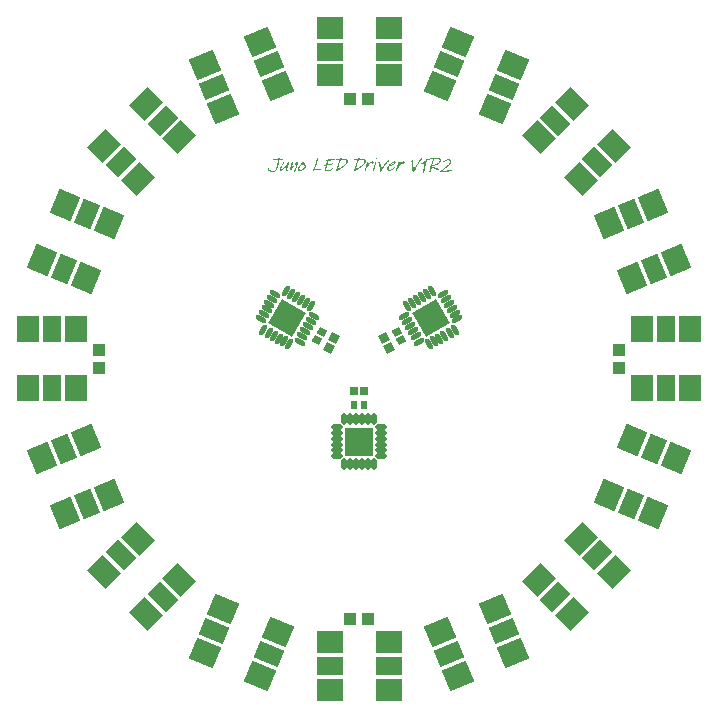
<source format=gts>
G04*
G04 #@! TF.GenerationSoftware,Altium Limited,Altium Designer,18.1.6 (161)*
G04*
G04 Layer_Color=8388736*
%FSLAX24Y24*%
%MOIN*%
G70*
G01*
G75*
%ADD47R,0.0395X0.0395*%
G04:AMPARAMS|DCode=48|XSize=59.2mil|YSize=86.7mil|CornerRadius=0mil|HoleSize=0mil|Usage=FLASHONLY|Rotation=67.500|XOffset=0mil|YOffset=0mil|HoleType=Round|Shape=Rectangle|*
%AMROTATEDRECTD48*
4,1,4,0.0287,-0.0439,-0.0514,-0.0107,-0.0287,0.0439,0.0514,0.0107,0.0287,-0.0439,0.0*
%
%ADD48ROTATEDRECTD48*%

G04:AMPARAMS|DCode=49|XSize=74.9mil|YSize=86.7mil|CornerRadius=0mil|HoleSize=0mil|Usage=FLASHONLY|Rotation=67.500|XOffset=0mil|YOffset=0mil|HoleType=Round|Shape=Rectangle|*
%AMROTATEDRECTD49*
4,1,4,0.0257,-0.0512,-0.0544,-0.0180,-0.0257,0.0512,0.0544,0.0180,0.0257,-0.0512,0.0*
%
%ADD49ROTATEDRECTD49*%

G04:AMPARAMS|DCode=50|XSize=59.2mil|YSize=86.7mil|CornerRadius=0mil|HoleSize=0mil|Usage=FLASHONLY|Rotation=337.500|XOffset=0mil|YOffset=0mil|HoleType=Round|Shape=Rectangle|*
%AMROTATEDRECTD50*
4,1,4,-0.0439,-0.0287,-0.0107,0.0514,0.0439,0.0287,0.0107,-0.0514,-0.0439,-0.0287,0.0*
%
%ADD50ROTATEDRECTD50*%

G04:AMPARAMS|DCode=51|XSize=74.9mil|YSize=86.7mil|CornerRadius=0mil|HoleSize=0mil|Usage=FLASHONLY|Rotation=337.500|XOffset=0mil|YOffset=0mil|HoleType=Round|Shape=Rectangle|*
%AMROTATEDRECTD51*
4,1,4,-0.0512,-0.0257,-0.0180,0.0544,0.0512,0.0257,0.0180,-0.0544,-0.0512,-0.0257,0.0*
%
%ADD51ROTATEDRECTD51*%

G04:AMPARAMS|DCode=52|XSize=59.2mil|YSize=86.7mil|CornerRadius=0mil|HoleSize=0mil|Usage=FLASHONLY|Rotation=45.000|XOffset=0mil|YOffset=0mil|HoleType=Round|Shape=Rectangle|*
%AMROTATEDRECTD52*
4,1,4,0.0097,-0.0516,-0.0516,0.0097,-0.0097,0.0516,0.0516,-0.0097,0.0097,-0.0516,0.0*
%
%ADD52ROTATEDRECTD52*%

G04:AMPARAMS|DCode=53|XSize=74.9mil|YSize=86.7mil|CornerRadius=0mil|HoleSize=0mil|Usage=FLASHONLY|Rotation=45.000|XOffset=0mil|YOffset=0mil|HoleType=Round|Shape=Rectangle|*
%AMROTATEDRECTD53*
4,1,4,0.0042,-0.0572,-0.0572,0.0042,-0.0042,0.0572,0.0572,-0.0042,0.0042,-0.0572,0.0*
%
%ADD53ROTATEDRECTD53*%

G04:AMPARAMS|DCode=54|XSize=59.2mil|YSize=86.7mil|CornerRadius=0mil|HoleSize=0mil|Usage=FLASHONLY|Rotation=315.000|XOffset=0mil|YOffset=0mil|HoleType=Round|Shape=Rectangle|*
%AMROTATEDRECTD54*
4,1,4,-0.0516,-0.0097,0.0097,0.0516,0.0516,0.0097,-0.0097,-0.0516,-0.0516,-0.0097,0.0*
%
%ADD54ROTATEDRECTD54*%

G04:AMPARAMS|DCode=55|XSize=74.9mil|YSize=86.7mil|CornerRadius=0mil|HoleSize=0mil|Usage=FLASHONLY|Rotation=315.000|XOffset=0mil|YOffset=0mil|HoleType=Round|Shape=Rectangle|*
%AMROTATEDRECTD55*
4,1,4,-0.0572,-0.0042,0.0042,0.0572,0.0572,0.0042,-0.0042,-0.0572,-0.0572,-0.0042,0.0*
%
%ADD55ROTATEDRECTD55*%

G04:AMPARAMS|DCode=56|XSize=59.2mil|YSize=86.7mil|CornerRadius=0mil|HoleSize=0mil|Usage=FLASHONLY|Rotation=22.500|XOffset=0mil|YOffset=0mil|HoleType=Round|Shape=Rectangle|*
%AMROTATEDRECTD56*
4,1,4,-0.0107,-0.0514,-0.0439,0.0287,0.0107,0.0514,0.0439,-0.0287,-0.0107,-0.0514,0.0*
%
%ADD56ROTATEDRECTD56*%

G04:AMPARAMS|DCode=57|XSize=74.9mil|YSize=86.7mil|CornerRadius=0mil|HoleSize=0mil|Usage=FLASHONLY|Rotation=22.500|XOffset=0mil|YOffset=0mil|HoleType=Round|Shape=Rectangle|*
%AMROTATEDRECTD57*
4,1,4,-0.0180,-0.0544,-0.0512,0.0257,0.0180,0.0544,0.0512,-0.0257,-0.0180,-0.0544,0.0*
%
%ADD57ROTATEDRECTD57*%

G04:AMPARAMS|DCode=58|XSize=59.2mil|YSize=86.7mil|CornerRadius=0mil|HoleSize=0mil|Usage=FLASHONLY|Rotation=292.500|XOffset=0mil|YOffset=0mil|HoleType=Round|Shape=Rectangle|*
%AMROTATEDRECTD58*
4,1,4,-0.0514,0.0107,0.0287,0.0439,0.0514,-0.0107,-0.0287,-0.0439,-0.0514,0.0107,0.0*
%
%ADD58ROTATEDRECTD58*%

G04:AMPARAMS|DCode=59|XSize=74.9mil|YSize=86.7mil|CornerRadius=0mil|HoleSize=0mil|Usage=FLASHONLY|Rotation=292.500|XOffset=0mil|YOffset=0mil|HoleType=Round|Shape=Rectangle|*
%AMROTATEDRECTD59*
4,1,4,-0.0544,0.0180,0.0257,0.0512,0.0544,-0.0180,-0.0257,-0.0512,-0.0544,0.0180,0.0*
%
%ADD59ROTATEDRECTD59*%

%ADD60R,0.0592X0.0867*%
%ADD61R,0.0749X0.0867*%
%ADD62R,0.0867X0.0592*%
%ADD63R,0.0867X0.0749*%
%ADD64R,0.0395X0.0395*%
%ADD65R,0.0237X0.0277*%
G04:AMPARAMS|DCode=66|XSize=23.7mil|YSize=27.7mil|CornerRadius=0mil|HoleSize=0mil|Usage=FLASHONLY|Rotation=60.000|XOffset=0mil|YOffset=0mil|HoleType=Round|Shape=Rectangle|*
%AMROTATEDRECTD66*
4,1,4,0.0061,-0.0172,-0.0179,-0.0034,-0.0061,0.0172,0.0179,0.0034,0.0061,-0.0172,0.0*
%
%ADD66ROTATEDRECTD66*%

G04:AMPARAMS|DCode=67|XSize=23.7mil|YSize=27.7mil|CornerRadius=0mil|HoleSize=0mil|Usage=FLASHONLY|Rotation=300.000|XOffset=0mil|YOffset=0mil|HoleType=Round|Shape=Rectangle|*
%AMROTATEDRECTD67*
4,1,4,-0.0179,0.0034,0.0061,0.0172,0.0179,-0.0034,-0.0061,-0.0172,-0.0179,0.0034,0.0*
%
%ADD67ROTATEDRECTD67*%

%ADD68O,0.0395X0.0178*%
%ADD69O,0.0178X0.0395*%
%ADD70R,0.0919X0.0919*%
G04:AMPARAMS|DCode=71|XSize=17.8mil|YSize=39.5mil|CornerRadius=0mil|HoleSize=0mil|Usage=FLASHONLY|Rotation=330.000|XOffset=0mil|YOffset=0mil|HoleType=Round|Shape=Round|*
%AMOVALD71*
21,1,0.0217,0.0178,0.0000,0.0000,60.0*
1,1,0.0178,-0.0054,-0.0094*
1,1,0.0178,0.0054,0.0094*
%
%ADD71OVALD71*%

G04:AMPARAMS|DCode=72|XSize=17.8mil|YSize=39.5mil|CornerRadius=0mil|HoleSize=0mil|Usage=FLASHONLY|Rotation=240.000|XOffset=0mil|YOffset=0mil|HoleType=Round|Shape=Round|*
%AMOVALD72*
21,1,0.0217,0.0178,0.0000,0.0000,330.0*
1,1,0.0178,-0.0094,0.0054*
1,1,0.0178,0.0094,-0.0054*
%
%ADD72OVALD72*%

%ADD73P,0.1299X4X285.0*%
G04:AMPARAMS|DCode=74|XSize=17.8mil|YSize=39.5mil|CornerRadius=0mil|HoleSize=0mil|Usage=FLASHONLY|Rotation=210.000|XOffset=0mil|YOffset=0mil|HoleType=Round|Shape=Round|*
%AMOVALD74*
21,1,0.0217,0.0178,0.0000,0.0000,300.0*
1,1,0.0178,-0.0054,0.0094*
1,1,0.0178,0.0054,-0.0094*
%
%ADD74OVALD74*%

G04:AMPARAMS|DCode=75|XSize=17.8mil|YSize=39.5mil|CornerRadius=0mil|HoleSize=0mil|Usage=FLASHONLY|Rotation=120.000|XOffset=0mil|YOffset=0mil|HoleType=Round|Shape=Round|*
%AMOVALD75*
21,1,0.0217,0.0178,0.0000,0.0000,210.0*
1,1,0.0178,0.0094,0.0054*
1,1,0.0178,-0.0094,-0.0054*
%
%ADD75OVALD75*%

%ADD76P,0.1299X4X165.0*%
%ADD77R,0.0297X0.0297*%
%ADD78P,0.0419X4X375.0*%
%ADD79P,0.0419X4X255.0*%
%ADD80C,0.0277*%
G36*
X-2652Y6700D02*
X-2650Y6699D01*
X-2647Y6696D01*
X-2646Y6692D01*
X-2645Y6687D01*
Y6686D01*
Y6684D01*
Y6682D01*
X-2646Y6679D01*
Y6675D01*
X-2647Y6670D01*
X-2647Y6664D01*
X-2633D01*
X-2627Y6664D01*
X-2620D01*
X-2607Y6665D01*
X-2606D01*
X-2604Y6666D01*
X-2601D01*
X-2598Y6667D01*
X-2591Y6667D01*
X-2588Y6668D01*
X-2586D01*
X-2584Y6669D01*
X-2580D01*
X-2576Y6670D01*
X-2568Y6670D01*
X-2564Y6671D01*
X-2557D01*
X-2553Y6670D01*
X-2548Y6668D01*
X-2547Y6667D01*
X-2545Y6666D01*
X-2544Y6662D01*
Y6661D01*
X-2545Y6658D01*
Y6657D01*
X-2545Y6656D01*
X-2547Y6654D01*
X-2548Y6651D01*
X-2553Y6644D01*
X-2557Y6640D01*
X-2561Y6637D01*
X-2562D01*
X-2563Y6635D01*
X-2566Y6634D01*
X-2569Y6632D01*
X-2576Y6629D01*
X-2584Y6626D01*
X-2585D01*
X-2588Y6625D01*
X-2590Y6624D01*
X-2598Y6624D01*
X-2607Y6622D01*
X-2619Y6621D01*
X-2632Y6619D01*
X-2646Y6618D01*
X-2660Y6618D01*
X-2661Y6605D01*
Y6605D01*
X-2662Y6602D01*
X-2663Y6599D01*
X-2663Y6594D01*
X-2665Y6588D01*
X-2666Y6581D01*
X-2668Y6573D01*
X-2670Y6564D01*
X-2672Y6554D01*
X-2674Y6543D01*
X-2679Y6522D01*
X-2684Y6498D01*
X-2690Y6475D01*
Y6474D01*
X-2690Y6472D01*
X-2691Y6469D01*
X-2693Y6464D01*
X-2693Y6459D01*
X-2695Y6452D01*
X-2697Y6445D01*
X-2699Y6436D01*
X-2704Y6418D01*
X-2710Y6398D01*
X-2717Y6377D01*
X-2724Y6356D01*
Y6355D01*
X-2725Y6353D01*
X-2726Y6349D01*
X-2728Y6344D01*
X-2730Y6339D01*
X-2733Y6333D01*
X-2740Y6317D01*
X-2749Y6301D01*
X-2760Y6285D01*
X-2771Y6269D01*
X-2778Y6263D01*
X-2785Y6257D01*
X-2786D01*
X-2787Y6255D01*
X-2789Y6254D01*
X-2792Y6253D01*
X-2795Y6250D01*
X-2800Y6247D01*
X-2806Y6245D01*
X-2811Y6242D01*
X-2825Y6237D01*
X-2842Y6231D01*
X-2861Y6228D01*
X-2882Y6227D01*
X-2889D01*
X-2896Y6228D01*
X-2906Y6229D01*
X-2919Y6231D01*
X-2932Y6234D01*
X-2947Y6239D01*
X-2962Y6245D01*
X-2963D01*
X-2964Y6245D01*
X-2967Y6246D01*
X-2970Y6247D01*
X-2977Y6251D01*
X-2987Y6256D01*
X-2998Y6262D01*
X-3010Y6269D01*
X-3021Y6277D01*
X-3031Y6287D01*
X-3032Y6288D01*
X-3035Y6291D01*
X-3040Y6296D01*
X-3044Y6303D01*
X-3048Y6311D01*
X-3050Y6320D01*
X-3051Y6328D01*
Y6333D01*
X-3050Y6338D01*
Y6339D01*
X-3049Y6340D01*
X-3048Y6342D01*
X-3046Y6345D01*
X-3043Y6348D01*
X-3040Y6352D01*
X-3036Y6355D01*
X-3031Y6359D01*
X-3031Y6360D01*
X-3029Y6360D01*
X-3026Y6363D01*
X-3023Y6365D01*
X-3013Y6371D01*
X-3002Y6376D01*
X-3002D01*
X-3000Y6377D01*
X-2997Y6378D01*
X-2994Y6379D01*
X-2986Y6382D01*
X-2983Y6383D01*
X-2978D01*
X-2974Y6382D01*
X-2970Y6380D01*
X-2967Y6378D01*
X-2967Y6376D01*
Y6375D01*
X-2966Y6372D01*
X-2965Y6368D01*
X-2966Y6366D01*
X-2967Y6364D01*
X-2968Y6361D01*
X-2972Y6358D01*
X-2975Y6355D01*
X-2978Y6353D01*
X-2979D01*
X-2980Y6352D01*
X-2984Y6351D01*
X-2988Y6349D01*
X-2991Y6347D01*
X-2992Y6347D01*
X-2994Y6346D01*
X-2996Y6342D01*
Y6341D01*
X-2997Y6340D01*
Y6337D01*
X-2996Y6334D01*
X-2994Y6330D01*
X-2992Y6325D01*
X-2988Y6319D01*
X-2983Y6312D01*
X-2982Y6312D01*
X-2979Y6309D01*
X-2975Y6306D01*
X-2970Y6302D01*
X-2962Y6297D01*
X-2954Y6292D01*
X-2944Y6287D01*
X-2933Y6282D01*
X-2932D01*
X-2932Y6281D01*
X-2928Y6280D01*
X-2921Y6278D01*
X-2913Y6276D01*
X-2904Y6273D01*
X-2894Y6271D01*
X-2883Y6270D01*
X-2871Y6269D01*
X-2862D01*
X-2857Y6270D01*
X-2849Y6271D01*
X-2843Y6271D01*
X-2835Y6273D01*
X-2829Y6274D01*
X-2828D01*
X-2826Y6276D01*
X-2822Y6277D01*
X-2818Y6280D01*
X-2814Y6283D01*
X-2808Y6287D01*
X-2803Y6292D01*
X-2797Y6298D01*
X-2796Y6299D01*
X-2794Y6302D01*
X-2791Y6306D01*
X-2787Y6313D01*
X-2783Y6321D01*
X-2779Y6331D01*
X-2773Y6343D01*
X-2768Y6357D01*
Y6358D01*
X-2768Y6360D01*
X-2766Y6364D01*
X-2764Y6370D01*
X-2762Y6377D01*
X-2760Y6386D01*
X-2757Y6397D01*
X-2753Y6410D01*
X-2749Y6424D01*
X-2745Y6441D01*
X-2741Y6459D01*
X-2736Y6479D01*
X-2731Y6500D01*
X-2725Y6524D01*
X-2720Y6551D01*
X-2714Y6578D01*
Y6579D01*
X-2714Y6581D01*
X-2713Y6584D01*
X-2712Y6586D01*
X-2710Y6594D01*
X-2709Y6603D01*
Y6604D01*
X-2708Y6605D01*
X-2707Y6610D01*
X-2706Y6614D01*
X-2706Y6616D01*
Y6618D01*
X-2747D01*
X-2757Y6618D01*
X-2776D01*
X-2779Y6619D01*
X-2784D01*
X-2795Y6620D01*
X-2808Y6621D01*
X-2821Y6621D01*
X-2834Y6623D01*
X-2846Y6624D01*
X-2847D01*
X-2848Y6625D01*
X-2852Y6626D01*
X-2858Y6629D01*
X-2862Y6633D01*
Y6634D01*
X-2863Y6635D01*
X-2865Y6639D01*
Y6645D01*
Y6648D01*
X-2863Y6653D01*
X-2862Y6654D01*
X-2861Y6656D01*
X-2858Y6660D01*
X-2854Y6664D01*
X-2852Y6664D01*
X-2849Y6667D01*
X-2844Y6669D01*
X-2838Y6670D01*
X-2830D01*
X-2826Y6669D01*
X-2821D01*
X-2809Y6667D01*
X-2805D01*
X-2802Y6667D01*
X-2798D01*
X-2793Y6666D01*
X-2781D01*
X-2768Y6665D01*
X-2752Y6664D01*
X-2734Y6664D01*
X-2696D01*
Y6664D01*
Y6665D01*
X-2695Y6670D01*
X-2694Y6675D01*
X-2692Y6681D01*
Y6682D01*
X-2691Y6683D01*
X-2689Y6686D01*
X-2684Y6691D01*
X-2678Y6696D01*
X-2677D01*
X-2676Y6697D01*
X-2674Y6698D01*
X-2671Y6699D01*
X-2665Y6702D01*
X-2658Y6702D01*
X-2655D01*
X-2652Y6700D01*
D02*
G37*
G36*
X593Y6704D02*
X596Y6702D01*
X597Y6702D01*
X600Y6700D01*
X603Y6697D01*
X606Y6692D01*
X607Y6691D01*
X608Y6688D01*
X611Y6684D01*
X613Y6678D01*
X614Y6677D01*
X616Y6673D01*
X616Y6670D01*
Y6666D01*
Y6665D01*
X615Y6664D01*
X613Y6661D01*
X611Y6658D01*
X606Y6655D01*
X600Y6652D01*
X593Y6651D01*
X584Y6650D01*
X581D01*
X579Y6651D01*
X576Y6651D01*
X569Y6654D01*
X565Y6656D01*
X562Y6660D01*
X561Y6661D01*
X560Y6662D01*
X557Y6667D01*
X555Y6673D01*
X554Y6676D01*
X555Y6680D01*
Y6680D01*
X556Y6681D01*
X558Y6685D01*
X562Y6691D01*
X565Y6694D01*
X569Y6697D01*
X570Y6697D01*
X571Y6698D01*
X573Y6699D01*
X576Y6701D01*
X583Y6703D01*
X587Y6705D01*
X592D01*
X593Y6704D01*
D02*
G37*
G36*
X-760Y6685D02*
X-758Y6683D01*
X-756Y6680D01*
Y6678D01*
X-757Y6673D01*
Y6672D01*
X-758Y6671D01*
X-759Y6669D01*
X-761Y6667D01*
X-764Y6664D01*
X-767Y6660D01*
X-771Y6657D01*
X-777Y6654D01*
X-777Y6654D01*
X-780Y6653D01*
X-785Y6651D01*
X-793Y6648D01*
X-801Y6645D01*
X-812Y6642D01*
X-824Y6638D01*
X-838Y6634D01*
X-839D01*
X-839Y6633D01*
X-842D01*
X-844Y6632D01*
X-852Y6630D01*
X-861Y6628D01*
X-871Y6626D01*
X-882Y6623D01*
X-893Y6621D01*
X-904Y6618D01*
X-905D01*
X-907Y6618D01*
X-910D01*
X-917Y6616D01*
X-928Y6615D01*
X-939Y6613D01*
X-952Y6611D01*
X-966Y6609D01*
X-980Y6608D01*
X-982D01*
X-986Y6607D01*
X-992Y6606D01*
X-999Y6605D01*
X-1007Y6605D01*
X-1014Y6604D01*
X-1019D01*
X-1021Y6603D01*
X-1022D01*
X-1023Y6602D01*
X-1024Y6598D01*
X-1026Y6592D01*
X-1029Y6584D01*
X-1032Y6573D01*
X-1036Y6562D01*
X-1040Y6549D01*
X-1044Y6535D01*
Y6534D01*
X-1045Y6533D01*
X-1046Y6529D01*
X-1048Y6522D01*
X-1050Y6515D01*
X-1053Y6507D01*
X-1055Y6500D01*
X-1057Y6493D01*
X-1058Y6489D01*
X-1057D01*
X-1054Y6489D01*
X-1049Y6490D01*
X-1042Y6492D01*
X-1032Y6493D01*
X-1019Y6495D01*
X-1012Y6497D01*
X-1004Y6498D01*
X-995Y6500D01*
X-986Y6501D01*
X-966Y6503D01*
X-966D01*
X-964Y6504D01*
X-962D01*
X-959Y6505D01*
X-952Y6506D01*
X-942Y6509D01*
X-931Y6512D01*
X-920Y6516D01*
X-909Y6522D01*
X-898Y6527D01*
X-898Y6528D01*
X-896Y6529D01*
X-893Y6530D01*
X-890Y6532D01*
X-882Y6536D01*
X-878Y6537D01*
X-874Y6538D01*
X-873D01*
X-870Y6537D01*
X-867Y6535D01*
X-865Y6530D01*
Y6529D01*
X-864Y6526D01*
Y6522D01*
X-865Y6517D01*
Y6516D01*
X-866Y6514D01*
X-869Y6511D01*
X-871Y6508D01*
X-877Y6503D01*
X-883Y6498D01*
X-892Y6493D01*
X-903Y6487D01*
X-904Y6487D01*
X-909Y6485D01*
X-914Y6483D01*
X-922Y6479D01*
X-933Y6476D01*
X-944Y6473D01*
X-955Y6470D01*
X-967Y6467D01*
X-968D01*
X-972Y6466D01*
X-978Y6465D01*
X-986Y6463D01*
X-995Y6462D01*
X-1006Y6460D01*
X-1017Y6458D01*
X-1030Y6456D01*
X-1031D01*
X-1035Y6455D01*
X-1041Y6454D01*
X-1046Y6453D01*
X-1053Y6452D01*
X-1060Y6452D01*
X-1065Y6451D01*
X-1068Y6450D01*
Y6449D01*
X-1069Y6446D01*
X-1070Y6441D01*
X-1073Y6434D01*
X-1075Y6425D01*
X-1077Y6416D01*
X-1080Y6406D01*
X-1083Y6395D01*
X-1089Y6371D01*
X-1093Y6346D01*
X-1095Y6334D01*
X-1097Y6323D01*
X-1097Y6312D01*
X-1098Y6302D01*
X-1097D01*
X-1096Y6301D01*
X-1093Y6301D01*
X-1089Y6300D01*
X-1085Y6298D01*
X-1080Y6297D01*
X-1069Y6295D01*
X-1068D01*
X-1066Y6294D01*
X-1062D01*
X-1057Y6293D01*
X-1052Y6293D01*
X-1044D01*
X-1036Y6292D01*
X-1022D01*
X-1017Y6293D01*
X-1009D01*
X-1002Y6293D01*
X-992Y6295D01*
X-974Y6298D01*
X-972D01*
X-969Y6300D01*
X-964Y6301D01*
X-958Y6304D01*
X-952Y6306D01*
X-944Y6309D01*
X-937Y6312D01*
X-931Y6315D01*
X-930Y6316D01*
X-928Y6317D01*
X-925Y6319D01*
X-922Y6321D01*
X-915Y6326D01*
X-913Y6329D01*
X-912Y6331D01*
Y6332D01*
X-911Y6333D01*
Y6338D01*
Y6339D01*
Y6341D01*
X-912Y6344D01*
X-912Y6347D01*
Y6347D01*
X-913Y6349D01*
X-914Y6351D01*
X-914Y6354D01*
Y6355D01*
X-915Y6357D01*
Y6360D01*
X-914Y6363D01*
Y6363D01*
X-914Y6365D01*
X-912Y6366D01*
X-910Y6369D01*
X-907Y6371D01*
X-903Y6373D01*
X-897Y6374D01*
X-890Y6375D01*
X-888D01*
X-886Y6374D01*
X-883Y6374D01*
X-880Y6372D01*
X-877Y6371D01*
X-874Y6368D01*
X-872Y6364D01*
Y6363D01*
X-871Y6363D01*
X-871Y6360D01*
X-870Y6358D01*
X-869Y6350D01*
Y6347D01*
X-871Y6342D01*
Y6341D01*
X-872Y6339D01*
X-874Y6334D01*
X-877Y6328D01*
X-882Y6322D01*
X-888Y6315D01*
X-896Y6306D01*
X-904Y6298D01*
X-906Y6298D01*
X-909Y6295D01*
X-914Y6291D01*
X-922Y6287D01*
X-931Y6282D01*
X-941Y6276D01*
X-954Y6271D01*
X-967Y6266D01*
X-968D01*
X-968Y6265D01*
X-971Y6264D01*
X-974Y6263D01*
X-981Y6262D01*
X-990Y6260D01*
X-1001Y6257D01*
X-1014Y6255D01*
X-1027Y6254D01*
X-1042Y6253D01*
X-1056D01*
X-1065Y6254D01*
X-1075D01*
X-1085Y6255D01*
X-1096Y6256D01*
X-1105Y6258D01*
X-1106D01*
X-1109Y6258D01*
X-1113Y6260D01*
X-1119Y6261D01*
X-1129Y6266D01*
X-1134Y6270D01*
X-1138Y6274D01*
X-1139Y6275D01*
X-1140Y6278D01*
X-1141Y6282D01*
X-1143Y6289D01*
X-1143Y6298D01*
Y6308D01*
X-1143Y6321D01*
X-1140Y6336D01*
Y6336D01*
X-1140Y6338D01*
Y6340D01*
X-1139Y6344D01*
X-1138Y6347D01*
X-1137Y6352D01*
X-1135Y6358D01*
X-1134Y6366D01*
X-1132Y6373D01*
X-1130Y6381D01*
X-1125Y6399D01*
X-1120Y6419D01*
X-1113Y6443D01*
X-1115Y6442D01*
X-1119Y6441D01*
X-1122Y6441D01*
X-1125Y6439D01*
X-1130Y6438D01*
X-1135Y6438D01*
X-1138D01*
X-1140Y6437D01*
X-1144D01*
X-1151Y6436D01*
X-1159Y6436D01*
X-1160D01*
X-1165Y6436D01*
X-1169Y6438D01*
X-1173Y6442D01*
X-1174Y6444D01*
X-1175Y6446D01*
X-1175Y6452D01*
X-1175Y6458D01*
X-1174Y6459D01*
X-1173Y6462D01*
X-1171Y6465D01*
X-1169Y6468D01*
X-1168Y6469D01*
X-1166Y6471D01*
X-1162Y6473D01*
X-1157Y6475D01*
X-1156D01*
X-1153Y6476D01*
X-1149D01*
X-1145Y6476D01*
X-1135Y6477D01*
X-1130Y6478D01*
X-1126D01*
X-1104Y6481D01*
Y6481D01*
X-1103Y6484D01*
X-1102Y6488D01*
X-1100Y6493D01*
X-1098Y6500D01*
X-1096Y6507D01*
X-1093Y6515D01*
X-1091Y6524D01*
X-1085Y6543D01*
X-1079Y6562D01*
X-1073Y6582D01*
X-1068Y6600D01*
X-1073D01*
X-1076Y6600D01*
X-1105Y6599D01*
X-1107D01*
X-1111Y6600D01*
X-1114Y6601D01*
X-1118Y6603D01*
X-1119Y6604D01*
X-1119Y6607D01*
Y6610D01*
X-1119Y6615D01*
Y6616D01*
X-1117Y6618D01*
X-1115Y6621D01*
X-1112Y6626D01*
X-1108Y6630D01*
X-1102Y6635D01*
X-1095Y6638D01*
X-1085Y6641D01*
X-1084D01*
X-1079Y6642D01*
X-1073Y6643D01*
X-1065Y6643D01*
X-1064D01*
X-1062Y6644D01*
X-1058Y6645D01*
X-1053Y6645D01*
X-1051D01*
X-1050Y6646D01*
X-1048Y6648D01*
X-1044Y6650D01*
X-1040Y6652D01*
X-1035Y6654D01*
X-1029Y6656D01*
X-1023Y6658D01*
X-1017Y6659D01*
X-1016D01*
X-1013Y6658D01*
X-1011Y6656D01*
X-1010Y6652D01*
Y6651D01*
X-1009Y6649D01*
X-1009Y6648D01*
X-1008Y6649D01*
X-1001D01*
X-998Y6650D01*
X-994D01*
X-984Y6651D01*
X-971Y6651D01*
X-955Y6654D01*
X-936Y6655D01*
X-914Y6658D01*
X-912D01*
X-910Y6659D01*
X-907Y6659D01*
X-903D01*
X-898Y6661D01*
X-892Y6662D01*
X-885Y6663D01*
X-877Y6664D01*
X-868Y6666D01*
X-858Y6668D01*
X-847Y6670D01*
X-835Y6672D01*
X-822Y6675D01*
X-808Y6678D01*
X-793Y6681D01*
X-766Y6686D01*
X-764D01*
X-760Y6685D01*
D02*
G37*
G36*
X1487Y6584D02*
X1496Y6581D01*
X1504Y6577D01*
X1505D01*
X1507Y6575D01*
X1511Y6573D01*
X1516Y6567D01*
X1520Y6559D01*
Y6559D01*
X1521Y6557D01*
X1522Y6555D01*
X1523Y6553D01*
X1523Y6546D01*
X1523Y6542D01*
X1522Y6538D01*
X1521Y6536D01*
X1519Y6532D01*
X1517Y6530D01*
X1514Y6527D01*
X1510Y6524D01*
X1506Y6520D01*
X1505D01*
X1504Y6519D01*
X1501Y6517D01*
X1499Y6516D01*
X1492Y6513D01*
X1488Y6512D01*
X1485Y6511D01*
X1484D01*
X1481Y6512D01*
X1477Y6514D01*
X1474Y6516D01*
X1474Y6516D01*
X1472Y6519D01*
X1470Y6523D01*
X1468Y6528D01*
Y6529D01*
X1466Y6532D01*
X1464Y6534D01*
X1461Y6537D01*
X1461Y6538D01*
X1458Y6539D01*
X1455Y6540D01*
X1451Y6540D01*
X1450D01*
X1448Y6540D01*
X1445Y6538D01*
X1439Y6535D01*
X1431Y6530D01*
X1426Y6526D01*
X1420Y6521D01*
X1415Y6516D01*
X1407Y6510D01*
X1400Y6503D01*
X1392Y6495D01*
X1391Y6494D01*
X1390Y6492D01*
X1388Y6490D01*
X1384Y6487D01*
X1380Y6482D01*
X1375Y6476D01*
X1369Y6471D01*
X1363Y6463D01*
X1356Y6455D01*
X1348Y6446D01*
X1340Y6437D01*
X1332Y6426D01*
X1313Y6403D01*
X1294Y6378D01*
Y6377D01*
X1294Y6376D01*
X1293Y6373D01*
X1291Y6369D01*
X1290Y6365D01*
X1289Y6358D01*
X1286Y6352D01*
X1284Y6344D01*
Y6343D01*
X1283Y6340D01*
X1282Y6336D01*
X1281Y6331D01*
X1278Y6321D01*
X1277Y6316D01*
X1275Y6312D01*
X1269Y6285D01*
Y6285D01*
X1268Y6284D01*
X1266Y6280D01*
X1262Y6274D01*
X1257Y6267D01*
X1256Y6266D01*
X1251Y6263D01*
X1245Y6260D01*
X1240Y6259D01*
X1235Y6258D01*
X1235D01*
X1233Y6259D01*
X1230Y6260D01*
X1228Y6262D01*
X1226Y6266D01*
X1224Y6271D01*
Y6279D01*
X1226Y6289D01*
Y6290D01*
X1227Y6290D01*
X1227Y6295D01*
X1230Y6302D01*
X1232Y6312D01*
X1235Y6324D01*
X1240Y6339D01*
X1245Y6355D01*
X1251Y6375D01*
Y6376D01*
X1252Y6377D01*
X1253Y6381D01*
X1254Y6385D01*
X1256Y6390D01*
X1258Y6397D01*
X1260Y6405D01*
X1263Y6414D01*
X1264Y6415D01*
X1265Y6418D01*
X1267Y6424D01*
X1269Y6431D01*
X1272Y6441D01*
X1275Y6451D01*
X1279Y6463D01*
X1283Y6476D01*
Y6476D01*
X1283Y6478D01*
X1284Y6481D01*
X1286Y6484D01*
X1287Y6489D01*
X1289Y6494D01*
X1292Y6506D01*
X1296Y6518D01*
X1300Y6530D01*
X1304Y6542D01*
X1308Y6552D01*
Y6553D01*
X1309Y6555D01*
X1311Y6559D01*
X1314Y6562D01*
X1318Y6566D01*
X1324Y6570D01*
X1330Y6572D01*
X1338Y6573D01*
X1340D01*
X1346Y6571D01*
X1349Y6570D01*
X1351Y6567D01*
X1353Y6565D01*
Y6561D01*
Y6560D01*
Y6559D01*
X1352Y6556D01*
X1351Y6552D01*
X1350Y6546D01*
X1348Y6540D01*
X1346Y6532D01*
X1343Y6523D01*
X1312Y6433D01*
X1313Y6435D01*
X1315Y6438D01*
X1320Y6446D01*
X1326Y6457D01*
X1334Y6469D01*
X1343Y6482D01*
X1354Y6496D01*
X1367Y6510D01*
X1367Y6511D01*
X1368Y6511D01*
X1372Y6516D01*
X1379Y6522D01*
X1387Y6530D01*
X1397Y6539D01*
X1407Y6548D01*
X1418Y6557D01*
X1429Y6565D01*
X1431Y6565D01*
X1434Y6567D01*
X1439Y6571D01*
X1446Y6575D01*
X1454Y6578D01*
X1462Y6581D01*
X1470Y6584D01*
X1477Y6584D01*
X1483D01*
X1487Y6584D01*
D02*
G37*
G36*
X447D02*
X455Y6581D01*
X464Y6577D01*
X465D01*
X466Y6575D01*
X471Y6573D01*
X476Y6567D01*
X480Y6559D01*
Y6559D01*
X481Y6557D01*
X482Y6555D01*
X482Y6553D01*
X483Y6546D01*
X482Y6542D01*
X482Y6538D01*
X481Y6536D01*
X479Y6532D01*
X476Y6530D01*
X474Y6527D01*
X470Y6524D01*
X466Y6520D01*
X465D01*
X463Y6519D01*
X461Y6517D01*
X458Y6516D01*
X452Y6513D01*
X448Y6512D01*
X445Y6511D01*
X444D01*
X441Y6512D01*
X437Y6514D01*
X434Y6516D01*
X433Y6516D01*
X432Y6519D01*
X430Y6523D01*
X428Y6528D01*
Y6529D01*
X426Y6532D01*
X424Y6534D01*
X421Y6537D01*
X420Y6538D01*
X418Y6539D01*
X415Y6540D01*
X411Y6540D01*
X410D01*
X408Y6540D01*
X404Y6538D01*
X398Y6535D01*
X390Y6530D01*
X385Y6526D01*
X380Y6521D01*
X374Y6516D01*
X367Y6510D01*
X360Y6503D01*
X352Y6495D01*
X351Y6494D01*
X350Y6492D01*
X347Y6490D01*
X344Y6487D01*
X339Y6482D01*
X335Y6476D01*
X329Y6471D01*
X323Y6463D01*
X315Y6455D01*
X308Y6446D01*
X300Y6437D01*
X291Y6426D01*
X273Y6403D01*
X254Y6378D01*
Y6377D01*
X253Y6376D01*
X253Y6373D01*
X251Y6369D01*
X250Y6365D01*
X248Y6358D01*
X246Y6352D01*
X244Y6344D01*
Y6343D01*
X243Y6340D01*
X242Y6336D01*
X241Y6331D01*
X238Y6321D01*
X237Y6316D01*
X235Y6312D01*
X229Y6285D01*
Y6285D01*
X228Y6284D01*
X226Y6280D01*
X222Y6274D01*
X217Y6267D01*
X215Y6266D01*
X211Y6263D01*
X205Y6260D01*
X200Y6259D01*
X195Y6258D01*
X194D01*
X193Y6259D01*
X190Y6260D01*
X188Y6262D01*
X186Y6266D01*
X184Y6271D01*
Y6279D01*
X186Y6289D01*
Y6290D01*
X186Y6290D01*
X187Y6295D01*
X189Y6302D01*
X191Y6312D01*
X195Y6324D01*
X199Y6339D01*
X205Y6355D01*
X211Y6375D01*
Y6376D01*
X212Y6377D01*
X213Y6381D01*
X214Y6385D01*
X215Y6390D01*
X218Y6397D01*
X220Y6405D01*
X223Y6414D01*
X223Y6415D01*
X224Y6418D01*
X226Y6424D01*
X229Y6431D01*
X232Y6441D01*
X234Y6451D01*
X239Y6463D01*
X242Y6476D01*
Y6476D01*
X243Y6478D01*
X244Y6481D01*
X245Y6484D01*
X247Y6489D01*
X248Y6494D01*
X252Y6506D01*
X256Y6518D01*
X260Y6530D01*
X264Y6542D01*
X267Y6552D01*
Y6553D01*
X269Y6555D01*
X271Y6559D01*
X274Y6562D01*
X277Y6566D01*
X283Y6570D01*
X290Y6572D01*
X298Y6573D01*
X300D01*
X306Y6571D01*
X309Y6570D01*
X311Y6567D01*
X312Y6565D01*
Y6561D01*
Y6560D01*
Y6559D01*
X312Y6556D01*
X311Y6552D01*
X310Y6546D01*
X308Y6540D01*
X306Y6532D01*
X303Y6523D01*
X272Y6433D01*
X273Y6435D01*
X275Y6438D01*
X280Y6446D01*
X285Y6457D01*
X293Y6469D01*
X303Y6482D01*
X314Y6496D01*
X326Y6510D01*
X327Y6511D01*
X328Y6511D01*
X332Y6516D01*
X339Y6522D01*
X347Y6530D01*
X357Y6539D01*
X367Y6548D01*
X378Y6557D01*
X389Y6565D01*
X390Y6565D01*
X394Y6567D01*
X399Y6571D01*
X406Y6575D01*
X414Y6578D01*
X422Y6581D01*
X430Y6584D01*
X437Y6584D01*
X443D01*
X447Y6584D01*
D02*
G37*
G36*
X17Y6683D02*
X27D01*
X38Y6682D01*
X50Y6681D01*
X64Y6680D01*
X78Y6678D01*
X92Y6677D01*
X122Y6672D01*
X151Y6665D01*
X165Y6662D01*
X178Y6656D01*
X178D01*
X180Y6655D01*
X183Y6654D01*
X187Y6651D01*
X197Y6645D01*
X202Y6640D01*
X207Y6635D01*
X212Y6629D01*
X217Y6623D01*
X221Y6615D01*
X223Y6607D01*
X225Y6598D01*
Y6588D01*
X223Y6577D01*
X221Y6565D01*
Y6565D01*
X220Y6563D01*
X218Y6560D01*
X217Y6557D01*
X215Y6552D01*
X213Y6547D01*
X206Y6535D01*
X198Y6520D01*
X187Y6504D01*
X174Y6487D01*
X159Y6470D01*
X158Y6469D01*
X156Y6468D01*
X154Y6465D01*
X151Y6462D01*
X146Y6457D01*
X140Y6452D01*
X134Y6446D01*
X127Y6441D01*
X118Y6433D01*
X108Y6425D01*
X98Y6417D01*
X87Y6409D01*
X75Y6399D01*
X62Y6390D01*
X48Y6379D01*
X32Y6369D01*
X32Y6368D01*
X30Y6368D01*
X27Y6366D01*
X24Y6363D01*
X19Y6360D01*
X14Y6357D01*
X8Y6352D01*
X1Y6348D01*
X-14Y6339D01*
X-32Y6328D01*
X-50Y6316D01*
X-69Y6304D01*
X-70D01*
X-71Y6303D01*
X-74Y6301D01*
X-77Y6299D01*
X-81Y6297D01*
X-86Y6294D01*
X-97Y6288D01*
X-110Y6282D01*
X-124Y6275D01*
X-136Y6269D01*
X-148Y6264D01*
X-148Y6263D01*
X-150Y6261D01*
X-153Y6257D01*
X-159Y6253D01*
X-160Y6253D01*
X-163Y6251D01*
X-168Y6249D01*
X-175Y6248D01*
X-177D01*
X-180Y6249D01*
X-184Y6250D01*
X-187Y6253D01*
X-188Y6253D01*
Y6255D01*
X-188Y6259D01*
X-187Y6265D01*
X-186Y6266D01*
X-185Y6268D01*
X-185Y6271D01*
X-183Y6274D01*
X-181Y6280D01*
X-177Y6288D01*
X-174Y6296D01*
X-173Y6298D01*
X-172Y6301D01*
X-169Y6306D01*
X-166Y6315D01*
X-162Y6324D01*
X-158Y6334D01*
X-153Y6347D01*
X-149Y6360D01*
Y6360D01*
X-148Y6363D01*
X-147Y6366D01*
X-145Y6370D01*
X-144Y6376D01*
X-142Y6382D01*
X-139Y6389D01*
X-137Y6397D01*
X-131Y6414D01*
X-125Y6433D01*
X-118Y6453D01*
X-113Y6472D01*
Y6473D01*
X-112Y6475D01*
X-110Y6478D01*
X-110Y6481D01*
X-108Y6487D01*
X-106Y6492D01*
X-102Y6505D01*
X-98Y6518D01*
X-93Y6532D01*
X-89Y6545D01*
X-87Y6550D01*
X-86Y6555D01*
Y6556D01*
X-85Y6557D01*
X-83Y6562D01*
X-81Y6568D01*
X-77Y6577D01*
X-73Y6586D01*
X-68Y6597D01*
X-63Y6606D01*
X-57Y6616D01*
X-56Y6616D01*
X-54Y6619D01*
X-51Y6622D01*
X-48Y6626D01*
X-43Y6629D01*
X-37Y6633D01*
X-30Y6635D01*
X-24Y6636D01*
X-20D01*
X-16Y6635D01*
X-12Y6633D01*
X-11Y6632D01*
X-9Y6631D01*
X-8Y6627D01*
Y6625D01*
X-9Y6622D01*
X-10Y6621D01*
X-11Y6619D01*
X-12Y6617D01*
X-14Y6614D01*
X-16Y6610D01*
X-20Y6605D01*
X-24Y6599D01*
X-24Y6598D01*
X-26Y6596D01*
X-27Y6592D01*
X-30Y6588D01*
X-33Y6583D01*
X-35Y6578D01*
X-40Y6565D01*
Y6565D01*
X-41Y6563D01*
X-42Y6560D01*
X-43Y6557D01*
X-45Y6552D01*
X-47Y6547D01*
X-49Y6540D01*
X-51Y6534D01*
X-56Y6519D01*
X-62Y6501D01*
X-68Y6483D01*
X-74Y6463D01*
Y6463D01*
X-75Y6460D01*
X-76Y6456D01*
X-78Y6451D01*
X-80Y6445D01*
X-82Y6438D01*
X-87Y6422D01*
X-93Y6405D01*
X-98Y6389D01*
X-100Y6382D01*
X-102Y6375D01*
X-105Y6369D01*
X-106Y6365D01*
Y6364D01*
X-107Y6363D01*
X-107Y6360D01*
X-108Y6358D01*
X-111Y6350D01*
X-114Y6341D01*
X-117Y6333D01*
X-120Y6325D01*
X-121Y6321D01*
X-122Y6318D01*
X-123Y6317D01*
X-124Y6315D01*
X-123Y6316D01*
X-121Y6317D01*
X-116Y6319D01*
X-110Y6323D01*
X-102Y6327D01*
X-91Y6333D01*
X-78Y6340D01*
X-70Y6344D01*
X-62Y6349D01*
X-61D01*
X-59Y6351D01*
X-57Y6352D01*
X-54Y6354D01*
X-49Y6357D01*
X-45Y6360D01*
X-33Y6366D01*
X-21Y6374D01*
X-7Y6382D01*
X6Y6390D01*
X19Y6399D01*
X20Y6400D01*
X22Y6401D01*
X26Y6403D01*
X31Y6407D01*
X37Y6411D01*
X43Y6416D01*
X51Y6422D01*
X59Y6428D01*
X76Y6441D01*
X94Y6455D01*
X110Y6470D01*
X119Y6477D01*
X126Y6484D01*
X127Y6485D01*
X127Y6486D01*
X129Y6488D01*
X132Y6491D01*
X138Y6498D01*
X146Y6508D01*
X155Y6520D01*
X163Y6533D01*
X171Y6548D01*
X177Y6562D01*
Y6563D01*
X178Y6565D01*
Y6567D01*
X178Y6570D01*
X179Y6578D01*
X178Y6587D01*
X176Y6592D01*
X174Y6597D01*
X171Y6602D01*
X167Y6608D01*
X162Y6613D01*
X155Y6617D01*
X147Y6621D01*
X137Y6625D01*
X137D01*
X135Y6626D01*
X132Y6627D01*
X127Y6628D01*
X122Y6629D01*
X115Y6631D01*
X107Y6632D01*
X98Y6635D01*
X87Y6636D01*
X76Y6637D01*
X63Y6639D01*
X49Y6640D01*
X34Y6642D01*
X18Y6643D01*
X0Y6643D01*
X-30D01*
X-40Y6643D01*
X-51Y6642D01*
X-66Y6640D01*
X-83Y6638D01*
X-102Y6636D01*
X-105D01*
X-107Y6635D01*
X-110D01*
X-115Y6635D01*
X-120Y6633D01*
X-126Y6632D01*
X-134Y6630D01*
X-135D01*
X-137Y6629D01*
X-141Y6629D01*
X-146Y6627D01*
X-151Y6627D01*
X-153D01*
X-156Y6628D01*
X-160Y6631D01*
X-161Y6633D01*
X-163Y6637D01*
Y6637D01*
Y6639D01*
X-164Y6641D01*
Y6643D01*
X-163Y6651D01*
X-161Y6658D01*
X-161Y6659D01*
X-159Y6662D01*
X-156Y6664D01*
X-152Y6667D01*
X-151D01*
X-150Y6668D01*
X-146Y6670D01*
X-140Y6672D01*
X-132Y6673D01*
X-131D01*
X-129Y6674D01*
X-126D01*
X-118Y6675D01*
X-110Y6676D01*
X-99Y6678D01*
X-89Y6678D01*
X-77Y6680D01*
X-66Y6680D01*
X-64D01*
X-61Y6681D01*
X-55D01*
X-47Y6682D01*
X-37Y6683D01*
X-27D01*
X-15Y6683D01*
X9D01*
X17Y6683D01*
D02*
G37*
G36*
X-583Y6683D02*
X-573D01*
X-562Y6682D01*
X-550Y6681D01*
X-536Y6680D01*
X-522Y6678D01*
X-508Y6677D01*
X-478Y6672D01*
X-449Y6665D01*
X-435Y6662D01*
X-422Y6656D01*
X-422D01*
X-419Y6655D01*
X-417Y6654D01*
X-413Y6651D01*
X-403Y6645D01*
X-398Y6640D01*
X-393Y6635D01*
X-388Y6629D01*
X-383Y6623D01*
X-379Y6615D01*
X-377Y6607D01*
X-375Y6598D01*
Y6588D01*
X-376Y6577D01*
X-379Y6565D01*
Y6565D01*
X-380Y6563D01*
X-382Y6560D01*
X-383Y6557D01*
X-384Y6552D01*
X-387Y6547D01*
X-394Y6535D01*
X-402Y6520D01*
X-413Y6504D01*
X-426Y6487D01*
X-441Y6470D01*
X-442Y6469D01*
X-444Y6468D01*
X-446Y6465D01*
X-449Y6462D01*
X-454Y6457D01*
X-460Y6452D01*
X-466Y6446D01*
X-473Y6441D01*
X-482Y6433D01*
X-492Y6425D01*
X-502Y6417D01*
X-513Y6409D01*
X-525Y6399D01*
X-538Y6390D01*
X-552Y6379D01*
X-567Y6369D01*
X-568Y6368D01*
X-570Y6368D01*
X-573Y6366D01*
X-576Y6363D01*
X-581Y6360D01*
X-586Y6357D01*
X-592Y6352D01*
X-599Y6348D01*
X-614Y6339D01*
X-632Y6328D01*
X-650Y6316D01*
X-669Y6304D01*
X-670D01*
X-671Y6303D01*
X-674Y6301D01*
X-677Y6299D01*
X-681Y6297D01*
X-686Y6294D01*
X-697Y6288D01*
X-710Y6282D01*
X-723Y6275D01*
X-736Y6269D01*
X-748Y6264D01*
X-748Y6263D01*
X-750Y6261D01*
X-753Y6257D01*
X-758Y6253D01*
X-760Y6253D01*
X-763Y6251D01*
X-768Y6249D01*
X-775Y6248D01*
X-777D01*
X-780Y6249D01*
X-784Y6250D01*
X-787Y6253D01*
X-788Y6253D01*
Y6255D01*
X-788Y6259D01*
X-787Y6265D01*
X-786Y6266D01*
X-785Y6268D01*
X-785Y6271D01*
X-783Y6274D01*
X-781Y6280D01*
X-777Y6288D01*
X-774Y6296D01*
X-773Y6298D01*
X-772Y6301D01*
X-769Y6306D01*
X-766Y6315D01*
X-762Y6324D01*
X-758Y6334D01*
X-753Y6347D01*
X-749Y6360D01*
Y6360D01*
X-748Y6363D01*
X-747Y6366D01*
X-745Y6370D01*
X-744Y6376D01*
X-742Y6382D01*
X-739Y6389D01*
X-737Y6397D01*
X-731Y6414D01*
X-725Y6433D01*
X-718Y6453D01*
X-713Y6472D01*
Y6473D01*
X-712Y6475D01*
X-710Y6478D01*
X-710Y6481D01*
X-708Y6487D01*
X-706Y6492D01*
X-702Y6505D01*
X-698Y6518D01*
X-693Y6532D01*
X-689Y6545D01*
X-687Y6550D01*
X-686Y6555D01*
Y6556D01*
X-685Y6557D01*
X-683Y6562D01*
X-680Y6568D01*
X-677Y6577D01*
X-673Y6586D01*
X-668Y6597D01*
X-663Y6606D01*
X-657Y6616D01*
X-656Y6616D01*
X-654Y6618D01*
X-651Y6622D01*
X-648Y6626D01*
X-643Y6629D01*
X-637Y6633D01*
X-630Y6635D01*
X-624Y6636D01*
X-620D01*
X-616Y6635D01*
X-612Y6633D01*
X-611Y6632D01*
X-609Y6631D01*
X-608Y6627D01*
Y6625D01*
X-609Y6622D01*
X-610Y6621D01*
X-610Y6619D01*
X-612Y6617D01*
X-614Y6614D01*
X-616Y6610D01*
X-620Y6605D01*
X-624Y6599D01*
X-624Y6598D01*
X-626Y6596D01*
X-627Y6592D01*
X-630Y6588D01*
X-633Y6583D01*
X-635Y6578D01*
X-640Y6565D01*
Y6565D01*
X-641Y6563D01*
X-642Y6560D01*
X-643Y6557D01*
X-645Y6552D01*
X-647Y6547D01*
X-649Y6540D01*
X-651Y6534D01*
X-656Y6519D01*
X-662Y6501D01*
X-668Y6483D01*
X-674Y6463D01*
Y6463D01*
X-675Y6460D01*
X-676Y6456D01*
X-678Y6451D01*
X-680Y6445D01*
X-682Y6438D01*
X-687Y6422D01*
X-693Y6405D01*
X-698Y6389D01*
X-700Y6382D01*
X-702Y6375D01*
X-705Y6369D01*
X-706Y6365D01*
Y6364D01*
X-707Y6363D01*
X-707Y6360D01*
X-708Y6358D01*
X-711Y6350D01*
X-714Y6341D01*
X-717Y6333D01*
X-720Y6325D01*
X-721Y6321D01*
X-722Y6318D01*
X-723Y6317D01*
X-723Y6315D01*
X-723Y6316D01*
X-721Y6317D01*
X-716Y6319D01*
X-710Y6323D01*
X-702Y6327D01*
X-691Y6333D01*
X-678Y6340D01*
X-670Y6344D01*
X-662Y6349D01*
X-661D01*
X-659Y6351D01*
X-657Y6352D01*
X-654Y6354D01*
X-649Y6357D01*
X-645Y6360D01*
X-633Y6366D01*
X-621Y6374D01*
X-607Y6382D01*
X-594Y6390D01*
X-581Y6399D01*
X-580Y6400D01*
X-578Y6401D01*
X-574Y6403D01*
X-569Y6407D01*
X-563Y6411D01*
X-557Y6416D01*
X-549Y6422D01*
X-541Y6428D01*
X-524Y6441D01*
X-506Y6455D01*
X-489Y6470D01*
X-481Y6477D01*
X-474Y6484D01*
X-473Y6485D01*
X-473Y6486D01*
X-471Y6488D01*
X-468Y6491D01*
X-462Y6498D01*
X-454Y6508D01*
X-445Y6520D01*
X-437Y6533D01*
X-429Y6548D01*
X-423Y6562D01*
Y6563D01*
X-422Y6565D01*
Y6567D01*
X-422Y6570D01*
X-421Y6578D01*
X-422Y6587D01*
X-424Y6592D01*
X-426Y6597D01*
X-429Y6602D01*
X-433Y6608D01*
X-438Y6613D01*
X-445Y6617D01*
X-453Y6621D01*
X-463Y6625D01*
X-463D01*
X-465Y6626D01*
X-468Y6627D01*
X-473Y6628D01*
X-478Y6629D01*
X-485Y6631D01*
X-493Y6632D01*
X-502Y6635D01*
X-513Y6636D01*
X-524Y6637D01*
X-537Y6639D01*
X-551Y6640D01*
X-566Y6642D01*
X-582Y6643D01*
X-600Y6643D01*
X-630D01*
X-640Y6643D01*
X-651Y6642D01*
X-666Y6640D01*
X-683Y6638D01*
X-702Y6636D01*
X-705D01*
X-707Y6635D01*
X-710D01*
X-715Y6635D01*
X-720Y6633D01*
X-726Y6632D01*
X-734Y6630D01*
X-735D01*
X-737Y6629D01*
X-741Y6629D01*
X-746Y6627D01*
X-751Y6627D01*
X-753D01*
X-756Y6628D01*
X-760Y6631D01*
X-761Y6633D01*
X-763Y6637D01*
Y6637D01*
Y6639D01*
X-764Y6641D01*
Y6643D01*
X-763Y6651D01*
X-761Y6658D01*
X-761Y6659D01*
X-759Y6662D01*
X-756Y6664D01*
X-752Y6667D01*
X-751D01*
X-750Y6668D01*
X-746Y6670D01*
X-740Y6672D01*
X-732Y6673D01*
X-731D01*
X-729Y6674D01*
X-726D01*
X-718Y6675D01*
X-710Y6676D01*
X-699Y6678D01*
X-688Y6678D01*
X-677Y6680D01*
X-666Y6680D01*
X-664D01*
X-661Y6681D01*
X-655D01*
X-647Y6682D01*
X-637Y6683D01*
X-627D01*
X-615Y6683D01*
X-591D01*
X-583Y6683D01*
D02*
G37*
G36*
X-2344Y6581D02*
X-2339Y6579D01*
X-2333Y6575D01*
X-2332Y6573D01*
X-2329Y6570D01*
X-2327Y6565D01*
Y6562D01*
X-2328Y6559D01*
Y6558D01*
X-2329Y6557D01*
X-2329Y6555D01*
X-2330Y6552D01*
X-2331Y6549D01*
X-2332Y6544D01*
X-2335Y6539D01*
X-2336Y6533D01*
X-2338Y6526D01*
X-2341Y6519D01*
X-2343Y6510D01*
X-2346Y6500D01*
X-2350Y6490D01*
X-2353Y6479D01*
X-2357Y6468D01*
X-2361Y6454D01*
Y6454D01*
X-2362Y6452D01*
X-2363Y6448D01*
X-2364Y6443D01*
X-2366Y6437D01*
X-2368Y6430D01*
X-2372Y6416D01*
X-2378Y6400D01*
X-2382Y6384D01*
X-2386Y6368D01*
X-2388Y6363D01*
X-2389Y6357D01*
Y6356D01*
X-2390Y6352D01*
X-2391Y6348D01*
X-2392Y6343D01*
X-2394Y6331D01*
Y6324D01*
Y6319D01*
Y6318D01*
X-2393Y6317D01*
Y6315D01*
X-2392Y6312D01*
X-2390Y6305D01*
X-2388Y6298D01*
X-2387Y6296D01*
X-2386Y6293D01*
X-2385Y6290D01*
Y6286D01*
Y6285D01*
X-2386Y6284D01*
X-2387Y6282D01*
X-2389Y6279D01*
X-2393Y6272D01*
X-2399Y6266D01*
X-2400D01*
X-2401Y6265D01*
X-2403Y6264D01*
X-2406Y6263D01*
X-2413Y6261D01*
X-2422Y6259D01*
X-2423D01*
X-2425Y6260D01*
X-2428Y6261D01*
X-2431Y6263D01*
X-2434Y6266D01*
X-2437Y6271D01*
X-2440Y6278D01*
X-2441Y6288D01*
Y6289D01*
Y6293D01*
Y6298D01*
Y6305D01*
X-2440Y6314D01*
X-2439Y6323D01*
X-2437Y6333D01*
X-2435Y6344D01*
Y6346D01*
X-2434Y6347D01*
X-2434Y6350D01*
X-2433Y6353D01*
X-2432Y6358D01*
X-2430Y6362D01*
X-2429Y6368D01*
X-2426Y6375D01*
X-2424Y6383D01*
X-2421Y6392D01*
X-2418Y6402D01*
X-2415Y6413D01*
X-2411Y6425D01*
X-2407Y6438D01*
X-2402Y6453D01*
Y6454D01*
X-2401Y6455D01*
X-2400Y6458D01*
X-2399Y6461D01*
X-2397Y6470D01*
X-2394Y6479D01*
Y6480D01*
X-2393Y6481D01*
X-2392Y6484D01*
X-2391Y6487D01*
X-2389Y6492D01*
X-2387Y6495D01*
X-2386Y6496D01*
Y6497D01*
X-2387Y6495D01*
X-2389Y6493D01*
X-2390Y6489D01*
X-2393Y6486D01*
X-2396Y6481D01*
X-2403Y6471D01*
X-2413Y6457D01*
X-2425Y6440D01*
X-2440Y6422D01*
X-2458Y6402D01*
X-2458Y6401D01*
X-2460Y6400D01*
X-2463Y6397D01*
X-2467Y6393D01*
X-2471Y6388D01*
X-2476Y6382D01*
X-2488Y6369D01*
X-2504Y6354D01*
X-2520Y6338D01*
X-2537Y6322D01*
X-2555Y6306D01*
X-2555Y6305D01*
X-2557Y6304D01*
X-2559Y6302D01*
X-2562Y6299D01*
X-2571Y6293D01*
X-2580Y6286D01*
X-2592Y6278D01*
X-2604Y6272D01*
X-2615Y6267D01*
X-2620Y6266D01*
X-2624Y6266D01*
X-2625D01*
X-2628Y6266D01*
X-2632Y6267D01*
X-2636Y6269D01*
X-2641Y6271D01*
X-2645Y6276D01*
X-2648Y6282D01*
X-2649Y6290D01*
Y6291D01*
X-2648Y6294D01*
X-2647Y6300D01*
X-2646Y6308D01*
X-2644Y6318D01*
X-2641Y6331D01*
X-2636Y6346D01*
X-2631Y6363D01*
Y6363D01*
X-2630Y6365D01*
X-2629Y6367D01*
X-2628Y6371D01*
X-2626Y6375D01*
X-2624Y6380D01*
X-2622Y6386D01*
X-2619Y6393D01*
X-2612Y6407D01*
X-2605Y6425D01*
X-2596Y6444D01*
X-2585Y6464D01*
X-2584Y6465D01*
X-2583Y6466D01*
X-2582Y6469D01*
X-2580Y6473D01*
X-2577Y6478D01*
X-2574Y6484D01*
X-2566Y6496D01*
X-2557Y6510D01*
X-2547Y6524D01*
X-2538Y6538D01*
X-2528Y6551D01*
X-2528Y6551D01*
X-2526Y6553D01*
X-2524Y6555D01*
X-2522Y6559D01*
X-2515Y6565D01*
X-2512Y6568D01*
X-2510Y6570D01*
X-2509D01*
X-2508Y6571D01*
X-2504Y6574D01*
X-2499Y6576D01*
X-2493Y6577D01*
X-2489D01*
X-2486Y6576D01*
X-2483Y6575D01*
X-2479Y6574D01*
X-2476Y6572D01*
X-2475Y6569D01*
Y6565D01*
Y6564D01*
X-2477Y6561D01*
X-2480Y6557D01*
X-2483Y6554D01*
X-2486Y6550D01*
X-2488Y6549D01*
X-2491Y6544D01*
X-2496Y6537D01*
X-2504Y6528D01*
X-2512Y6516D01*
X-2521Y6503D01*
X-2531Y6489D01*
X-2542Y6473D01*
Y6473D01*
X-2543Y6471D01*
X-2545Y6469D01*
X-2546Y6465D01*
X-2548Y6462D01*
X-2551Y6456D01*
X-2554Y6450D01*
X-2558Y6444D01*
X-2561Y6436D01*
X-2566Y6427D01*
X-2570Y6417D01*
X-2574Y6407D01*
X-2579Y6396D01*
X-2583Y6384D01*
X-2588Y6371D01*
X-2593Y6358D01*
Y6358D01*
X-2593Y6356D01*
X-2594Y6355D01*
X-2595Y6352D01*
X-2597Y6344D01*
X-2599Y6337D01*
X-2601Y6329D01*
X-2602Y6322D01*
X-2603Y6319D01*
X-2602Y6317D01*
X-2601Y6316D01*
X-2601Y6315D01*
X-2600D01*
X-2598Y6316D01*
X-2595Y6317D01*
X-2589Y6320D01*
X-2582Y6324D01*
X-2574Y6330D01*
X-2563Y6339D01*
X-2556Y6344D01*
X-2550Y6349D01*
X-2549Y6350D01*
X-2548Y6351D01*
X-2546Y6353D01*
X-2543Y6355D01*
X-2535Y6363D01*
X-2525Y6373D01*
X-2512Y6385D01*
X-2499Y6399D01*
X-2483Y6416D01*
X-2467Y6433D01*
X-2467Y6434D01*
X-2465Y6436D01*
X-2463Y6438D01*
X-2460Y6441D01*
X-2456Y6446D01*
X-2452Y6451D01*
X-2442Y6463D01*
X-2430Y6476D01*
X-2418Y6491D01*
X-2407Y6506D01*
X-2397Y6519D01*
X-2396Y6520D01*
X-2395Y6522D01*
X-2393Y6524D01*
X-2390Y6528D01*
X-2387Y6534D01*
X-2383Y6540D01*
X-2378Y6548D01*
X-2372Y6557D01*
Y6557D01*
X-2372Y6559D01*
X-2370Y6563D01*
X-2366Y6569D01*
X-2362Y6575D01*
X-2362Y6576D01*
X-2359Y6578D01*
X-2354Y6581D01*
X-2350Y6582D01*
X-2348D01*
X-2344Y6581D01*
D02*
G37*
G36*
X2089Y6683D02*
X2091Y6682D01*
X2093Y6680D01*
X2095Y6677D01*
X2096Y6672D01*
Y6672D01*
X2097Y6670D01*
X2098Y6666D01*
X2099Y6661D01*
Y6656D01*
X2098Y6656D01*
X2096Y6653D01*
X2094Y6651D01*
X2091Y6648D01*
X2088Y6645D01*
X2083Y6642D01*
X2082Y6641D01*
X2081Y6640D01*
X2078Y6638D01*
X2075Y6636D01*
X2066Y6628D01*
X2058Y6619D01*
X2057Y6618D01*
X2055Y6616D01*
X2053Y6612D01*
X2049Y6607D01*
X2045Y6600D01*
X2039Y6593D01*
X2033Y6584D01*
X2026Y6573D01*
X2026Y6572D01*
X2023Y6568D01*
X2018Y6561D01*
X2012Y6551D01*
X2004Y6540D01*
X1995Y6524D01*
X1984Y6506D01*
X1971Y6486D01*
X1932Y6422D01*
X1931Y6420D01*
X1929Y6417D01*
X1925Y6411D01*
X1921Y6403D01*
X1916Y6395D01*
X1909Y6385D01*
X1902Y6373D01*
X1895Y6360D01*
X1880Y6335D01*
X1864Y6309D01*
X1857Y6296D01*
X1851Y6284D01*
X1845Y6273D01*
X1840Y6263D01*
Y6263D01*
X1839Y6262D01*
X1835Y6257D01*
X1829Y6250D01*
X1821Y6244D01*
X1820D01*
X1819Y6242D01*
X1816Y6241D01*
X1812Y6239D01*
X1808Y6238D01*
X1803Y6237D01*
X1796Y6236D01*
X1789Y6235D01*
X1788Y6236D01*
X1786Y6238D01*
X1785Y6242D01*
X1784Y6245D01*
X1783Y6249D01*
X1782Y6253D01*
X1781Y6259D01*
X1780Y6265D01*
X1778Y6273D01*
X1778Y6281D01*
X1777Y6291D01*
Y6292D01*
Y6294D01*
X1776Y6297D01*
Y6301D01*
X1776Y6307D01*
Y6314D01*
X1775Y6322D01*
X1774Y6331D01*
X1773Y6341D01*
X1773Y6352D01*
X1771Y6363D01*
X1770Y6376D01*
X1770Y6390D01*
X1768Y6405D01*
X1768Y6421D01*
X1766Y6437D01*
Y6438D01*
Y6439D01*
X1765Y6441D01*
Y6445D01*
X1765Y6449D01*
X1764Y6454D01*
X1762Y6465D01*
X1760Y6479D01*
X1758Y6495D01*
X1755Y6511D01*
X1752Y6527D01*
Y6528D01*
Y6530D01*
X1751Y6532D01*
X1751Y6535D01*
X1749Y6542D01*
X1748Y6551D01*
X1746Y6559D01*
X1744Y6568D01*
X1742Y6575D01*
X1741Y6577D01*
X1740Y6578D01*
X1739Y6579D01*
X1738Y6580D01*
X1737Y6582D01*
X1735Y6585D01*
X1735Y6589D01*
X1734Y6592D01*
Y6597D01*
X1735Y6601D01*
X1735Y6602D01*
X1738Y6605D01*
X1739Y6608D01*
X1742Y6610D01*
X1746Y6613D01*
X1750Y6616D01*
X1751Y6617D01*
X1752Y6618D01*
X1755Y6619D01*
X1759Y6621D01*
X1767Y6624D01*
X1771Y6625D01*
X1776Y6626D01*
X1780D01*
X1784Y6624D01*
X1786Y6623D01*
X1786Y6622D01*
X1787Y6621D01*
X1789Y6617D01*
X1791Y6613D01*
Y6612D01*
X1792Y6610D01*
X1792Y6607D01*
X1794Y6602D01*
X1795Y6594D01*
X1797Y6585D01*
X1798Y6573D01*
X1800Y6559D01*
Y6559D01*
Y6558D01*
X1801Y6556D01*
Y6552D01*
X1802Y6549D01*
X1803Y6544D01*
X1804Y6534D01*
X1805Y6521D01*
X1806Y6506D01*
X1808Y6491D01*
X1809Y6474D01*
X1816Y6341D01*
Y6341D01*
Y6339D01*
X1816Y6337D01*
Y6333D01*
X1818Y6325D01*
X1819Y6316D01*
Y6306D01*
Y6298D01*
X1818Y6294D01*
X1819Y6296D01*
X1821Y6302D01*
X1826Y6311D01*
X1829Y6316D01*
X1832Y6322D01*
X1836Y6329D01*
X1840Y6336D01*
Y6337D01*
X1842Y6339D01*
X1843Y6341D01*
X1845Y6344D01*
X1848Y6348D01*
X1851Y6353D01*
X1854Y6359D01*
X1857Y6366D01*
X1866Y6380D01*
X1876Y6398D01*
X1888Y6417D01*
X1900Y6438D01*
X1901Y6438D01*
X1902Y6441D01*
X1905Y6446D01*
X1908Y6452D01*
X1913Y6458D01*
X1917Y6466D01*
X1923Y6475D01*
X1929Y6484D01*
X1941Y6505D01*
X1953Y6526D01*
X1967Y6546D01*
X1972Y6557D01*
X1978Y6565D01*
Y6566D01*
X1980Y6567D01*
X1981Y6570D01*
X1983Y6573D01*
X1988Y6581D01*
X1996Y6592D01*
X2003Y6604D01*
X2012Y6616D01*
X2020Y6628D01*
X2028Y6640D01*
X2029Y6641D01*
X2032Y6644D01*
X2035Y6648D01*
X2040Y6654D01*
X2050Y6665D01*
X2055Y6670D01*
X2060Y6675D01*
X2061Y6675D01*
X2062Y6676D01*
X2064Y6678D01*
X2068Y6680D01*
X2076Y6683D01*
X2080Y6684D01*
X2085Y6685D01*
X2087D01*
X2089Y6683D01*
D02*
G37*
G36*
X2586Y6710D02*
X2592D01*
X2606Y6710D01*
X2622Y6707D01*
X2638Y6705D01*
X2655Y6702D01*
X2670Y6697D01*
X2671D01*
X2671Y6697D01*
X2674Y6696D01*
X2677Y6695D01*
X2683Y6691D01*
X2691Y6688D01*
X2701Y6682D01*
X2709Y6675D01*
X2717Y6667D01*
X2723Y6659D01*
X2724Y6657D01*
X2725Y6654D01*
X2728Y6649D01*
X2729Y6643D01*
X2731Y6634D01*
X2731Y6624D01*
X2730Y6613D01*
X2727Y6602D01*
Y6601D01*
X2726Y6600D01*
X2725Y6598D01*
X2724Y6594D01*
X2721Y6587D01*
X2716Y6577D01*
X2709Y6566D01*
X2701Y6554D01*
X2690Y6542D01*
X2679Y6530D01*
X2678D01*
X2677Y6529D01*
X2673Y6525D01*
X2666Y6520D01*
X2656Y6513D01*
X2645Y6506D01*
X2631Y6497D01*
X2616Y6488D01*
X2600Y6480D01*
X2599D01*
X2598Y6479D01*
X2596Y6478D01*
X2592Y6476D01*
X2588Y6474D01*
X2582Y6472D01*
X2576Y6469D01*
X2569Y6466D01*
X2561Y6463D01*
X2551Y6459D01*
X2542Y6455D01*
X2531Y6451D01*
X2521Y6446D01*
X2508Y6442D01*
X2483Y6433D01*
X2482D01*
X2480Y6431D01*
X2476Y6430D01*
X2471Y6428D01*
X2466Y6426D01*
X2459Y6424D01*
X2446Y6419D01*
X2445D01*
X2443Y6418D01*
X2440Y6417D01*
X2437Y6416D01*
X2433Y6414D01*
X2437Y6414D01*
X2442Y6412D01*
X2448Y6410D01*
X2456Y6409D01*
X2464Y6406D01*
X2482Y6401D01*
X2502Y6395D01*
X2523Y6389D01*
X2545Y6382D01*
X2558Y6378D01*
X2559D01*
X2561Y6377D01*
X2564Y6376D01*
X2568Y6374D01*
X2573Y6373D01*
X2579Y6371D01*
X2592Y6366D01*
X2607Y6361D01*
X2621Y6355D01*
X2636Y6350D01*
X2648Y6345D01*
X2650Y6344D01*
X2653Y6343D01*
X2658Y6341D01*
X2663Y6338D01*
X2668Y6334D01*
X2672Y6330D01*
X2674Y6326D01*
X2675Y6324D01*
X2674Y6322D01*
Y6321D01*
X2674Y6320D01*
X2673Y6318D01*
X2671Y6315D01*
X2669Y6312D01*
X2666Y6308D01*
X2663Y6304D01*
X2659Y6299D01*
X2658Y6298D01*
X2657Y6297D01*
X2655Y6295D01*
X2652Y6293D01*
X2645Y6288D01*
X2641Y6287D01*
X2636Y6286D01*
X2632D01*
X2628Y6287D01*
X2623Y6288D01*
X2623Y6289D01*
X2620Y6290D01*
X2615Y6294D01*
X2607Y6299D01*
X2606Y6300D01*
X2601Y6303D01*
X2595Y6307D01*
X2585Y6312D01*
X2573Y6319D01*
X2558Y6326D01*
X2542Y6334D01*
X2522Y6342D01*
X2521Y6343D01*
X2518Y6344D01*
X2513Y6346D01*
X2505Y6348D01*
X2497Y6351D01*
X2487Y6355D01*
X2475Y6358D01*
X2463Y6362D01*
X2462Y6363D01*
X2458Y6363D01*
X2452Y6366D01*
X2445Y6368D01*
X2429Y6372D01*
X2422Y6374D01*
X2416Y6376D01*
X2395Y6303D01*
Y6302D01*
X2394Y6300D01*
X2394Y6297D01*
X2393Y6293D01*
X2391Y6285D01*
X2390Y6275D01*
Y6274D01*
Y6274D01*
Y6269D01*
X2389Y6264D01*
X2389Y6261D01*
Y6260D01*
X2388Y6259D01*
X2386Y6255D01*
X2381Y6250D01*
X2378Y6247D01*
X2373Y6245D01*
X2373D01*
X2371Y6244D01*
X2370Y6242D01*
X2367Y6242D01*
X2360Y6239D01*
X2353Y6238D01*
X2351D01*
X2349Y6239D01*
X2346Y6240D01*
X2343Y6242D01*
X2342Y6246D01*
X2341Y6250D01*
Y6257D01*
Y6258D01*
X2342Y6262D01*
Y6264D01*
X2343Y6268D01*
Y6269D01*
X2343Y6269D01*
Y6272D01*
X2345Y6275D01*
X2346Y6279D01*
X2347Y6284D01*
X2349Y6290D01*
X2351Y6296D01*
Y6297D01*
X2352Y6298D01*
X2354Y6302D01*
X2355Y6306D01*
X2357Y6313D01*
X2359Y6322D01*
X2362Y6332D01*
X2366Y6345D01*
Y6346D01*
X2367Y6347D01*
X2367Y6350D01*
X2369Y6354D01*
X2371Y6362D01*
X2373Y6371D01*
Y6372D01*
X2374Y6374D01*
X2375Y6376D01*
X2375Y6379D01*
X2378Y6385D01*
X2379Y6390D01*
Y6391D01*
X2378Y6392D01*
X2377Y6393D01*
Y6394D01*
X2376Y6395D01*
X2375Y6398D01*
X2375Y6402D01*
Y6403D01*
Y6406D01*
Y6410D01*
X2375Y6415D01*
Y6417D01*
X2376Y6419D01*
X2377Y6422D01*
X2378Y6426D01*
X2378Y6428D01*
X2379Y6430D01*
X2381Y6433D01*
X2384Y6436D01*
X2385Y6436D01*
X2387Y6438D01*
X2393Y6441D01*
Y6442D01*
X2394Y6443D01*
X2394Y6445D01*
X2395Y6448D01*
X2397Y6456D01*
X2401Y6465D01*
X2405Y6477D01*
X2408Y6491D01*
X2413Y6506D01*
X2418Y6520D01*
X2428Y6551D01*
X2432Y6566D01*
X2437Y6579D01*
X2441Y6592D01*
X2445Y6602D01*
X2447Y6610D01*
X2448Y6614D01*
X2449Y6616D01*
Y6617D01*
X2451Y6620D01*
X2451Y6624D01*
X2454Y6629D01*
X2455Y6635D01*
X2457Y6640D01*
X2462Y6654D01*
Y6654D01*
X2463Y6656D01*
X2464Y6659D01*
X2465Y6662D01*
X2467Y6664D01*
X2467Y6667D01*
X2468Y6669D01*
X2466Y6668D01*
X2463Y6667D01*
X2459Y6667D01*
X2452Y6666D01*
X2449D01*
X2445Y6665D01*
X2441Y6664D01*
X2432Y6663D01*
X2427Y6662D01*
X2423Y6662D01*
X2422D01*
X2421Y6661D01*
X2419D01*
X2416Y6660D01*
X2408Y6658D01*
X2398Y6656D01*
X2387Y6653D01*
X2375Y6650D01*
X2365Y6647D01*
X2355Y6643D01*
X2354D01*
X2351Y6642D01*
X2347Y6640D01*
X2341Y6638D01*
X2334Y6635D01*
X2327Y6632D01*
X2310Y6625D01*
X2308Y6624D01*
X2306Y6623D01*
X2300Y6621D01*
X2295Y6619D01*
X2294D01*
X2291Y6618D01*
X2287Y6617D01*
X2282Y6616D01*
X2281D01*
X2278Y6617D01*
X2274Y6619D01*
X2271Y6623D01*
X2268Y6619D01*
X2262Y6612D01*
Y6611D01*
Y6610D01*
X2261Y6607D01*
X2260Y6603D01*
X2258Y6594D01*
X2255Y6584D01*
Y6583D01*
X2254Y6582D01*
X2254Y6579D01*
X2253Y6576D01*
X2252Y6572D01*
X2250Y6567D01*
X2249Y6560D01*
X2246Y6552D01*
X2244Y6543D01*
X2241Y6533D01*
X2238Y6522D01*
X2234Y6508D01*
X2230Y6494D01*
X2226Y6479D01*
X2222Y6461D01*
X2217Y6442D01*
Y6441D01*
X2215Y6438D01*
X2214Y6433D01*
X2212Y6425D01*
X2210Y6417D01*
X2208Y6407D01*
X2205Y6397D01*
X2202Y6386D01*
X2196Y6363D01*
X2190Y6340D01*
X2188Y6329D01*
X2186Y6320D01*
X2184Y6311D01*
X2182Y6304D01*
Y6303D01*
X2182Y6301D01*
Y6297D01*
X2181Y6293D01*
X2180Y6286D01*
X2179Y6278D01*
X2178Y6269D01*
X2176Y6258D01*
Y6257D01*
Y6254D01*
X2176Y6248D01*
X2175Y6241D01*
Y6240D01*
Y6239D01*
X2174Y6235D01*
X2174Y6230D01*
X2173Y6228D01*
X2172Y6226D01*
Y6226D01*
X2171Y6225D01*
X2169Y6220D01*
X2167Y6218D01*
X2164Y6215D01*
X2160Y6212D01*
X2156Y6209D01*
X2155D01*
X2154Y6207D01*
X2152Y6207D01*
X2149Y6205D01*
X2141Y6202D01*
X2136Y6202D01*
X2132Y6201D01*
X2131D01*
X2127Y6202D01*
X2125Y6204D01*
X2123Y6207D01*
X2122Y6210D01*
X2120Y6215D01*
Y6215D01*
Y6217D01*
X2120Y6220D01*
Y6223D01*
Y6228D01*
Y6233D01*
X2121Y6245D01*
Y6245D01*
X2122Y6247D01*
X2123Y6251D01*
X2123Y6257D01*
X2125Y6263D01*
X2127Y6272D01*
X2129Y6282D01*
X2131Y6294D01*
X2134Y6308D01*
X2138Y6323D01*
X2142Y6339D01*
X2147Y6358D01*
X2152Y6378D01*
X2158Y6399D01*
X2164Y6423D01*
X2171Y6448D01*
X2206Y6574D01*
X2206Y6573D01*
X2204Y6572D01*
X2201Y6570D01*
X2197Y6566D01*
X2192Y6562D01*
X2186Y6557D01*
X2179Y6552D01*
X2171Y6546D01*
X2163Y6540D01*
X2153Y6534D01*
X2133Y6520D01*
X2111Y6506D01*
X2087Y6493D01*
X2086Y6492D01*
X2084Y6492D01*
X2081Y6490D01*
X2077Y6489D01*
X2069Y6485D01*
X2064Y6484D01*
X2061Y6484D01*
X2060D01*
X2056Y6484D01*
X2052Y6486D01*
X2048Y6489D01*
X2047Y6490D01*
X2047Y6493D01*
X2046Y6497D01*
X2047Y6502D01*
Y6503D01*
X2047Y6504D01*
X2049Y6506D01*
X2051Y6508D01*
X2055Y6512D01*
X2059Y6516D01*
X2065Y6519D01*
X2072Y6524D01*
X2073D01*
X2074Y6524D01*
X2076Y6526D01*
X2079Y6527D01*
X2086Y6532D01*
X2095Y6537D01*
X2106Y6543D01*
X2117Y6551D01*
X2143Y6567D01*
X2144D01*
X2144Y6568D01*
X2149Y6572D01*
X2155Y6576D01*
X2165Y6583D01*
X2175Y6590D01*
X2187Y6599D01*
X2201Y6608D01*
X2214Y6619D01*
X2219Y6623D01*
X2222Y6631D01*
X2224Y6637D01*
X2225Y6638D01*
X2226Y6641D01*
X2228Y6644D01*
X2231Y6647D01*
X2232Y6648D01*
X2233Y6648D01*
X2236Y6649D01*
X2238Y6650D01*
X2238D01*
X2241Y6651D01*
X2244Y6651D01*
X2254D01*
X2257Y6651D01*
X2264Y6649D01*
X2271Y6646D01*
X2271D01*
X2272Y6645D01*
X2274Y6643D01*
X2275Y6645D01*
X2279Y6648D01*
X2286Y6654D01*
X2290Y6656D01*
X2295Y6659D01*
X2301Y6662D01*
X2308Y6665D01*
X2315Y6668D01*
X2324Y6671D01*
X2324D01*
X2326Y6672D01*
X2329Y6672D01*
X2332Y6674D01*
X2336Y6675D01*
X2342Y6677D01*
X2348Y6678D01*
X2354Y6680D01*
X2369Y6685D01*
X2386Y6689D01*
X2404Y6694D01*
X2423Y6697D01*
X2424D01*
X2428Y6698D01*
X2434Y6699D01*
X2442Y6701D01*
X2452Y6702D01*
X2464Y6704D01*
X2478Y6705D01*
X2493Y6707D01*
X2495D01*
X2497Y6707D01*
X2500D01*
X2508Y6708D01*
X2519Y6709D01*
X2531Y6710D01*
X2544Y6710D01*
X2558Y6711D01*
X2581D01*
X2586Y6710D01*
D02*
G37*
G36*
X985Y6619D02*
X987Y6617D01*
X989Y6615D01*
X991Y6612D01*
X993Y6608D01*
Y6608D01*
X993Y6606D01*
X995Y6602D01*
X996Y6597D01*
Y6592D01*
X995Y6590D01*
X993Y6587D01*
X989Y6584D01*
X985Y6581D01*
X982Y6578D01*
X981D01*
X979Y6578D01*
X976Y6575D01*
X971Y6573D01*
X969Y6571D01*
X968Y6570D01*
X967Y6570D01*
X966Y6569D01*
X963Y6567D01*
X961Y6564D01*
X956Y6560D01*
X951Y6555D01*
X946Y6550D01*
X939Y6543D01*
X933Y6537D01*
X926Y6529D01*
X917Y6520D01*
X909Y6511D01*
X901Y6501D01*
X892Y6490D01*
X882Y6479D01*
X873Y6466D01*
X872Y6465D01*
X871Y6463D01*
X868Y6460D01*
X864Y6454D01*
X860Y6448D01*
X855Y6441D01*
X849Y6432D01*
X842Y6422D01*
X835Y6412D01*
X828Y6401D01*
X820Y6389D01*
X812Y6376D01*
X796Y6349D01*
X779Y6320D01*
Y6319D01*
X778Y6318D01*
X777Y6315D01*
X775Y6312D01*
X772Y6307D01*
X770Y6301D01*
X765Y6293D01*
X760Y6282D01*
X751Y6263D01*
Y6262D01*
X749Y6261D01*
X748Y6258D01*
X745Y6255D01*
X740Y6248D01*
X732Y6242D01*
X732D01*
X730Y6241D01*
X728Y6240D01*
X724Y6239D01*
X721Y6237D01*
X716Y6237D01*
X710Y6235D01*
X703D01*
X702Y6236D01*
X700Y6237D01*
X699Y6240D01*
X697Y6245D01*
X694Y6252D01*
X694Y6257D01*
X692Y6262D01*
X692Y6268D01*
X690Y6275D01*
Y6276D01*
Y6277D01*
X689Y6280D01*
Y6282D01*
X688Y6290D01*
X687Y6301D01*
X686Y6313D01*
X683Y6327D01*
X682Y6341D01*
X680Y6357D01*
X673Y6416D01*
Y6417D01*
Y6418D01*
X672Y6421D01*
Y6425D01*
X671Y6429D01*
X670Y6434D01*
X669Y6446D01*
X667Y6459D01*
X665Y6472D01*
X663Y6484D01*
X661Y6496D01*
Y6497D01*
X660Y6500D01*
X659Y6505D01*
X657Y6511D01*
X656Y6516D01*
X654Y6520D01*
X653Y6523D01*
X652Y6524D01*
Y6523D01*
X651Y6522D01*
X650Y6521D01*
X648Y6520D01*
X646Y6519D01*
X642Y6519D01*
X641D01*
X638Y6519D01*
X635Y6521D01*
X633Y6523D01*
Y6524D01*
X632Y6526D01*
Y6530D01*
X633Y6533D01*
Y6534D01*
X634Y6535D01*
X635Y6538D01*
X637Y6540D01*
X640Y6544D01*
X643Y6549D01*
X647Y6553D01*
X652Y6559D01*
X653Y6559D01*
X655Y6561D01*
X658Y6564D01*
X662Y6567D01*
X671Y6572D01*
X675Y6573D01*
X681Y6574D01*
X682D01*
X686Y6573D01*
X689Y6573D01*
X692Y6570D01*
X693Y6570D01*
X694Y6568D01*
X697Y6563D01*
X697Y6562D01*
X698Y6561D01*
X700Y6557D01*
X700Y6557D01*
X701Y6553D01*
X702Y6551D01*
X703Y6547D01*
X704Y6543D01*
X705Y6538D01*
X706Y6532D01*
X708Y6525D01*
X709Y6517D01*
X711Y6508D01*
X713Y6497D01*
X714Y6486D01*
X716Y6473D01*
X718Y6459D01*
Y6457D01*
X718Y6455D01*
Y6452D01*
X719Y6449D01*
Y6444D01*
X720Y6437D01*
X721Y6430D01*
X722Y6421D01*
X723Y6410D01*
X724Y6398D01*
X726Y6385D01*
X727Y6369D01*
X729Y6352D01*
X730Y6333D01*
X732Y6312D01*
X725Y6285D01*
X725Y6285D01*
X727Y6288D01*
X728Y6293D01*
X731Y6298D01*
X735Y6305D01*
X739Y6314D01*
X745Y6324D01*
X745Y6325D01*
X747Y6328D01*
X749Y6332D01*
X752Y6338D01*
X756Y6345D01*
X761Y6353D01*
X766Y6363D01*
X772Y6374D01*
X778Y6385D01*
X786Y6397D01*
X802Y6422D01*
X819Y6449D01*
X838Y6477D01*
X839Y6478D01*
X840Y6480D01*
X843Y6484D01*
X847Y6489D01*
X852Y6495D01*
X858Y6503D01*
X864Y6511D01*
X871Y6520D01*
X888Y6539D01*
X905Y6559D01*
X925Y6580D01*
X945Y6600D01*
X946Y6600D01*
X947Y6601D01*
X952Y6605D01*
X958Y6610D01*
X963Y6615D01*
X964D01*
X965Y6616D01*
X969Y6618D01*
X974Y6619D01*
X982Y6620D01*
X983D01*
X985Y6619D01*
D02*
G37*
G36*
X-1375Y6691D02*
X-1372Y6689D01*
X-1370Y6686D01*
Y6685D01*
X-1369Y6682D01*
X-1369Y6678D01*
X-1369Y6672D01*
Y6672D01*
Y6668D01*
X-1370Y6663D01*
X-1372Y6655D01*
X-1373Y6650D01*
X-1374Y6644D01*
X-1375Y6637D01*
X-1377Y6630D01*
X-1379Y6622D01*
X-1381Y6613D01*
X-1384Y6603D01*
X-1387Y6593D01*
Y6592D01*
X-1388Y6590D01*
X-1388Y6587D01*
X-1390Y6583D01*
X-1391Y6578D01*
X-1393Y6572D01*
X-1395Y6565D01*
X-1397Y6557D01*
X-1403Y6539D01*
X-1409Y6519D01*
X-1416Y6497D01*
X-1423Y6475D01*
Y6474D01*
X-1424Y6473D01*
X-1425Y6471D01*
X-1426Y6467D01*
X-1428Y6463D01*
X-1429Y6458D01*
X-1433Y6446D01*
X-1438Y6433D01*
X-1443Y6417D01*
X-1449Y6401D01*
X-1455Y6384D01*
Y6383D01*
X-1455Y6382D01*
X-1456Y6379D01*
X-1458Y6376D01*
X-1460Y6369D01*
X-1463Y6360D01*
X-1467Y6349D01*
X-1470Y6340D01*
X-1474Y6331D01*
X-1476Y6324D01*
X-1472D01*
X-1469Y6325D01*
X-1460D01*
X-1452Y6325D01*
X-1447D01*
X-1443Y6326D01*
X-1436D01*
X-1429Y6327D01*
X-1421Y6328D01*
X-1404Y6328D01*
X-1402D01*
X-1400Y6329D01*
X-1397D01*
X-1389Y6331D01*
X-1379Y6331D01*
X-1367Y6333D01*
X-1353Y6336D01*
X-1338Y6338D01*
X-1322Y6341D01*
X-1321D01*
X-1320Y6341D01*
X-1318D01*
X-1315Y6342D01*
X-1307Y6344D01*
X-1299Y6345D01*
X-1290Y6347D01*
X-1281Y6347D01*
X-1274Y6349D01*
X-1267D01*
X-1264Y6348D01*
X-1260Y6345D01*
X-1259Y6343D01*
Y6340D01*
Y6339D01*
Y6339D01*
Y6334D01*
X-1260Y6328D01*
X-1261Y6322D01*
Y6321D01*
X-1262Y6320D01*
X-1265Y6315D01*
X-1270Y6309D01*
X-1278Y6304D01*
X-1278D01*
X-1280Y6303D01*
X-1282Y6301D01*
X-1284Y6300D01*
X-1291Y6298D01*
X-1300Y6296D01*
X-1409Y6288D01*
X-1487Y6282D01*
X-1526Y6279D01*
X-1528D01*
X-1531Y6280D01*
X-1536Y6282D01*
X-1537Y6285D01*
X-1539Y6288D01*
Y6288D01*
Y6289D01*
X-1539Y6293D01*
Y6298D01*
X-1539Y6304D01*
X-1538Y6305D01*
X-1536Y6308D01*
X-1534Y6311D01*
X-1530Y6314D01*
X-1530Y6315D01*
X-1527Y6316D01*
X-1524Y6317D01*
X-1521Y6318D01*
X-1520D01*
X-1520Y6319D01*
Y6319D01*
X-1519Y6320D01*
X-1518Y6322D01*
X-1517Y6325D01*
X-1516Y6329D01*
X-1514Y6334D01*
X-1512Y6341D01*
X-1509Y6349D01*
X-1506Y6358D01*
X-1502Y6369D01*
X-1498Y6382D01*
X-1493Y6396D01*
X-1487Y6412D01*
X-1481Y6430D01*
X-1474Y6450D01*
X-1466Y6472D01*
X-1466Y6473D01*
X-1465Y6476D01*
X-1463Y6481D01*
X-1461Y6487D01*
X-1459Y6495D01*
X-1456Y6503D01*
X-1453Y6513D01*
X-1450Y6523D01*
X-1443Y6546D01*
X-1436Y6569D01*
X-1431Y6592D01*
X-1428Y6602D01*
X-1426Y6612D01*
Y6613D01*
X-1426Y6614D01*
Y6616D01*
X-1425Y6620D01*
X-1423Y6628D01*
X-1421Y6637D01*
X-1419Y6648D01*
X-1417Y6656D01*
X-1416Y6660D01*
X-1415Y6663D01*
X-1415Y6665D01*
Y6667D01*
Y6667D01*
X-1414Y6669D01*
X-1412Y6673D01*
X-1407Y6679D01*
X-1400Y6685D01*
X-1399D01*
X-1398Y6686D01*
X-1396Y6687D01*
X-1393Y6688D01*
X-1387Y6691D01*
X-1380Y6691D01*
X-1378D01*
X-1375Y6691D01*
D02*
G37*
G36*
X1184Y6584D02*
X1189Y6584D01*
X1196Y6582D01*
X1203Y6580D01*
X1208Y6577D01*
X1214Y6573D01*
X1215Y6573D01*
X1216Y6571D01*
X1219Y6568D01*
X1221Y6565D01*
X1222Y6560D01*
X1224Y6554D01*
X1223Y6547D01*
X1221Y6539D01*
X1221Y6538D01*
X1219Y6535D01*
X1217Y6530D01*
X1213Y6524D01*
X1208Y6516D01*
X1200Y6509D01*
X1191Y6500D01*
X1179Y6492D01*
X1178D01*
X1178Y6492D01*
X1173Y6489D01*
X1166Y6484D01*
X1157Y6479D01*
X1145Y6473D01*
X1132Y6467D01*
X1117Y6461D01*
X1100Y6454D01*
X1099D01*
X1098Y6454D01*
X1095Y6453D01*
X1092Y6452D01*
X1088Y6451D01*
X1083Y6449D01*
X1072Y6446D01*
X1059Y6442D01*
X1044Y6438D01*
X1029Y6436D01*
X1014Y6433D01*
X1013Y6432D01*
X1012Y6428D01*
X1009Y6424D01*
X1006Y6417D01*
X1002Y6410D01*
X998Y6401D01*
X995Y6393D01*
X991Y6382D01*
Y6382D01*
X990Y6381D01*
X990Y6376D01*
X988Y6371D01*
X987Y6363D01*
X985Y6355D01*
Y6346D01*
X986Y6337D01*
X988Y6330D01*
X989Y6329D01*
X990Y6327D01*
X993Y6324D01*
X996Y6321D01*
X1001Y6317D01*
X1008Y6315D01*
X1017Y6312D01*
X1026Y6312D01*
X1030D01*
X1034Y6312D01*
X1038D01*
X1042Y6313D01*
X1054Y6316D01*
X1067Y6320D01*
X1081Y6325D01*
X1096Y6333D01*
X1103Y6339D01*
X1111Y6344D01*
X1111Y6345D01*
X1112Y6346D01*
X1114Y6348D01*
X1117Y6350D01*
X1125Y6358D01*
X1135Y6366D01*
X1146Y6378D01*
X1159Y6390D01*
X1172Y6405D01*
X1185Y6420D01*
X1186Y6421D01*
X1187Y6423D01*
X1189Y6426D01*
X1194Y6432D01*
Y6433D01*
X1195Y6433D01*
X1198Y6436D01*
X1203Y6439D01*
X1205Y6441D01*
X1209D01*
X1213Y6438D01*
X1214Y6437D01*
X1215Y6434D01*
Y6430D01*
X1213Y6425D01*
Y6425D01*
X1212Y6423D01*
X1211Y6419D01*
X1208Y6414D01*
X1203Y6407D01*
X1197Y6398D01*
X1189Y6387D01*
X1178Y6374D01*
Y6373D01*
X1177Y6372D01*
X1176Y6370D01*
X1173Y6367D01*
X1167Y6360D01*
X1158Y6349D01*
X1146Y6339D01*
X1133Y6326D01*
X1119Y6314D01*
X1102Y6301D01*
X1101D01*
X1100Y6299D01*
X1098Y6298D01*
X1094Y6296D01*
X1090Y6293D01*
X1084Y6290D01*
X1073Y6284D01*
X1058Y6278D01*
X1041Y6272D01*
X1024Y6269D01*
X1014Y6268D01*
X1005Y6267D01*
X1001D01*
X998Y6268D01*
X990Y6269D01*
X981Y6271D01*
X971Y6274D01*
X961Y6278D01*
X950Y6285D01*
X942Y6293D01*
X942Y6295D01*
X939Y6298D01*
X937Y6304D01*
X935Y6313D01*
X934Y6325D01*
Y6339D01*
X934Y6347D01*
X936Y6355D01*
X939Y6364D01*
X942Y6374D01*
Y6375D01*
X942Y6376D01*
X944Y6379D01*
X944Y6383D01*
X947Y6387D01*
X949Y6393D01*
X955Y6406D01*
X963Y6421D01*
X972Y6438D01*
X984Y6455D01*
X998Y6473D01*
X998Y6474D01*
X1000Y6476D01*
X1002Y6478D01*
X1005Y6481D01*
X1009Y6486D01*
X1013Y6490D01*
X1024Y6502D01*
X1037Y6514D01*
X1052Y6528D01*
X1068Y6541D01*
X1086Y6554D01*
X1087Y6554D01*
X1088Y6555D01*
X1090Y6557D01*
X1094Y6559D01*
X1098Y6561D01*
X1103Y6564D01*
X1115Y6570D01*
X1129Y6575D01*
X1144Y6580D01*
X1160Y6584D01*
X1168Y6585D01*
X1180D01*
X1184Y6584D01*
D02*
G37*
G36*
X-1856Y6561D02*
X-1852Y6560D01*
X-1848Y6557D01*
X-1847Y6557D01*
X-1845Y6554D01*
X-1844Y6551D01*
Y6549D01*
X-1845Y6546D01*
Y6546D01*
X-1846Y6544D01*
X-1848Y6540D01*
X-1852Y6537D01*
X-1853Y6536D01*
X-1855Y6534D01*
X-1858Y6532D01*
X-1860Y6530D01*
X-1861Y6528D01*
X-1865Y6525D01*
X-1871Y6520D01*
X-1877Y6514D01*
X-1886Y6506D01*
X-1895Y6496D01*
X-1913Y6477D01*
X-1915Y6476D01*
X-1918Y6472D01*
X-1922Y6466D01*
X-1929Y6459D01*
X-1935Y6449D01*
X-1943Y6440D01*
X-1951Y6429D01*
X-1958Y6417D01*
X-1959Y6416D01*
X-1961Y6412D01*
X-1965Y6406D01*
X-1970Y6398D01*
X-1975Y6388D01*
X-1980Y6377D01*
X-1985Y6365D01*
X-1990Y6352D01*
Y6351D01*
X-1991Y6349D01*
Y6347D01*
X-1992Y6345D01*
Y6338D01*
X-1991Y6330D01*
X-1990Y6325D01*
X-1988Y6322D01*
X-1985Y6318D01*
X-1980Y6315D01*
X-1975Y6312D01*
X-1969Y6310D01*
X-1961Y6309D01*
X-1952Y6308D01*
X-1947D01*
X-1942Y6309D01*
X-1936Y6310D01*
X-1928Y6312D01*
X-1918Y6315D01*
X-1909Y6318D01*
X-1899Y6323D01*
X-1897Y6324D01*
X-1894Y6326D01*
X-1888Y6329D01*
X-1882Y6333D01*
X-1875Y6339D01*
X-1867Y6345D01*
X-1858Y6352D01*
X-1850Y6360D01*
X-1849Y6361D01*
X-1846Y6364D01*
X-1842Y6368D01*
X-1838Y6374D01*
X-1834Y6380D01*
X-1829Y6387D01*
X-1825Y6394D01*
X-1822Y6401D01*
Y6401D01*
X-1821Y6404D01*
X-1821Y6408D01*
X-1820Y6412D01*
Y6417D01*
Y6423D01*
X-1821Y6429D01*
X-1824Y6435D01*
Y6436D01*
X-1826Y6438D01*
X-1828Y6441D01*
X-1831Y6445D01*
X-1834Y6449D01*
X-1839Y6455D01*
X-1844Y6461D01*
X-1851Y6468D01*
X-1851Y6468D01*
X-1853Y6470D01*
X-1855Y6472D01*
X-1858Y6475D01*
X-1864Y6481D01*
X-1869Y6488D01*
Y6489D01*
X-1870Y6489D01*
X-1872Y6493D01*
X-1872Y6499D01*
Y6502D01*
X-1872Y6505D01*
Y6506D01*
X-1871Y6507D01*
X-1868Y6511D01*
X-1865Y6514D01*
X-1862Y6516D01*
X-1858Y6519D01*
X-1853Y6522D01*
X-1852D01*
X-1850Y6522D01*
X-1847Y6524D01*
X-1843Y6524D01*
X-1833Y6527D01*
X-1822Y6527D01*
X-1817D01*
X-1812Y6527D01*
X-1808Y6525D01*
X-1808D01*
X-1806Y6524D01*
X-1805Y6522D01*
X-1806Y6517D01*
Y6516D01*
X-1807Y6515D01*
X-1808Y6513D01*
X-1810Y6511D01*
X-1811D01*
X-1812Y6510D01*
X-1813Y6509D01*
X-1813Y6508D01*
X-1812Y6508D01*
X-1810Y6506D01*
X-1808Y6503D01*
X-1806Y6500D01*
X-1805Y6500D01*
X-1803Y6497D01*
X-1799Y6492D01*
X-1795Y6487D01*
X-1791Y6481D01*
X-1786Y6473D01*
X-1781Y6465D01*
X-1778Y6457D01*
X-1777Y6456D01*
X-1776Y6453D01*
X-1775Y6448D01*
X-1774Y6442D01*
X-1773Y6434D01*
Y6425D01*
X-1775Y6415D01*
X-1778Y6404D01*
X-1778Y6403D01*
X-1779Y6400D01*
X-1782Y6395D01*
X-1786Y6387D01*
X-1791Y6379D01*
X-1798Y6368D01*
X-1807Y6358D01*
X-1817Y6345D01*
X-1818Y6344D01*
X-1822Y6340D01*
X-1829Y6333D01*
X-1837Y6326D01*
X-1848Y6317D01*
X-1860Y6308D01*
X-1875Y6298D01*
X-1890Y6289D01*
X-1891D01*
X-1892Y6288D01*
X-1894Y6287D01*
X-1897Y6285D01*
X-1901Y6284D01*
X-1906Y6282D01*
X-1917Y6277D01*
X-1930Y6273D01*
X-1945Y6269D01*
X-1960Y6266D01*
X-1977Y6266D01*
X-1981D01*
X-1984Y6266D01*
X-1991Y6267D01*
X-2001Y6269D01*
X-2010Y6271D01*
X-2020Y6276D01*
X-2028Y6282D01*
X-2031Y6285D01*
X-2034Y6290D01*
X-2035Y6291D01*
X-2036Y6294D01*
X-2038Y6299D01*
X-2039Y6306D01*
X-2040Y6316D01*
Y6326D01*
X-2039Y6339D01*
X-2035Y6352D01*
X-2034Y6353D01*
X-2033Y6358D01*
X-2031Y6364D01*
X-2026Y6373D01*
X-2022Y6384D01*
X-2015Y6396D01*
X-2007Y6411D01*
X-1999Y6427D01*
Y6428D01*
X-1997Y6429D01*
X-1996Y6431D01*
X-1994Y6434D01*
X-1991Y6438D01*
X-1988Y6443D01*
X-1981Y6454D01*
X-1972Y6466D01*
X-1963Y6480D01*
X-1951Y6494D01*
X-1939Y6508D01*
X-1939Y6508D01*
X-1938Y6509D01*
X-1937Y6511D01*
X-1934Y6513D01*
X-1931Y6516D01*
X-1928Y6520D01*
X-1923Y6526D01*
X-1922Y6527D01*
X-1920Y6529D01*
X-1917Y6532D01*
X-1913Y6535D01*
X-1908Y6540D01*
X-1903Y6544D01*
X-1891Y6552D01*
X-1891Y6553D01*
X-1888Y6554D01*
X-1886Y6555D01*
X-1881Y6557D01*
X-1872Y6560D01*
X-1867Y6561D01*
X-1861Y6562D01*
X-1859D01*
X-1856Y6561D01*
D02*
G37*
G36*
X570Y6586D02*
X573Y6585D01*
X576Y6583D01*
X579Y6581D01*
X581Y6577D01*
X582Y6572D01*
Y6571D01*
Y6569D01*
X581Y6566D01*
X581Y6561D01*
X580Y6555D01*
X579Y6548D01*
X576Y6539D01*
X573Y6530D01*
X547Y6456D01*
Y6455D01*
X546Y6453D01*
X545Y6449D01*
X544Y6444D01*
X541Y6438D01*
X539Y6432D01*
X537Y6425D01*
X534Y6417D01*
X528Y6399D01*
X523Y6382D01*
X518Y6364D01*
X516Y6356D01*
X514Y6349D01*
Y6348D01*
Y6346D01*
X513Y6343D01*
X512Y6339D01*
X511Y6331D01*
X509Y6323D01*
X508Y6317D01*
X506Y6310D01*
Y6309D01*
X506Y6306D01*
X505Y6301D01*
X503Y6296D01*
X501Y6283D01*
X500Y6278D01*
X498Y6274D01*
X498Y6272D01*
X495Y6269D01*
X492Y6264D01*
X486Y6260D01*
X485D01*
X484Y6259D01*
X480Y6258D01*
X474Y6256D01*
X467Y6255D01*
X466D01*
X465Y6256D01*
X463Y6257D01*
X461Y6260D01*
X460Y6263D01*
X458Y6269D01*
Y6276D01*
X460Y6285D01*
Y6286D01*
Y6287D01*
X460Y6289D01*
X461Y6291D01*
X462Y6295D01*
X463Y6299D01*
X464Y6304D01*
X466Y6310D01*
X467Y6317D01*
X469Y6325D01*
X471Y6333D01*
X474Y6344D01*
X476Y6355D01*
X480Y6366D01*
X484Y6379D01*
X487Y6393D01*
Y6394D01*
X488Y6395D01*
X489Y6398D01*
X490Y6402D01*
X491Y6406D01*
X492Y6411D01*
X497Y6425D01*
X501Y6439D01*
X506Y6456D01*
X511Y6473D01*
X517Y6492D01*
Y6492D01*
X517Y6494D01*
X518Y6496D01*
X519Y6500D01*
X522Y6508D01*
X525Y6519D01*
X529Y6532D01*
X533Y6544D01*
X536Y6556D01*
X540Y6567D01*
Y6567D01*
X541Y6568D01*
X542Y6572D01*
X544Y6576D01*
X548Y6581D01*
X549Y6581D01*
X552Y6584D01*
X557Y6586D01*
X563Y6586D01*
X566D01*
X570Y6586D01*
D02*
G37*
G36*
X-2208Y6575D02*
X-2206Y6575D01*
X-2204Y6572D01*
X-2203Y6568D01*
X-2203Y6562D01*
X-2203Y6554D01*
X-2204Y6549D01*
X-2206Y6543D01*
Y6542D01*
X-2206Y6540D01*
X-2207Y6538D01*
X-2208Y6534D01*
X-2209Y6530D01*
X-2211Y6524D01*
X-2212Y6519D01*
X-2214Y6513D01*
X-2216Y6505D01*
X-2218Y6497D01*
X-2220Y6488D01*
X-2223Y6479D01*
X-2226Y6468D01*
X-2229Y6457D01*
X-2233Y6444D01*
X-2241Y6414D01*
Y6413D01*
X-2242Y6411D01*
X-2243Y6408D01*
X-2244Y6403D01*
X-2245Y6398D01*
X-2247Y6393D01*
X-2250Y6380D01*
X-2254Y6367D01*
X-2256Y6359D01*
X-2255Y6360D01*
X-2251Y6366D01*
X-2246Y6374D01*
X-2239Y6382D01*
X-2232Y6393D01*
X-2224Y6403D01*
X-2206Y6426D01*
X-2187Y6451D01*
X-2167Y6476D01*
X-2147Y6499D01*
X-2146Y6500D01*
X-2145Y6502D01*
X-2142Y6505D01*
X-2138Y6508D01*
X-2134Y6513D01*
X-2129Y6518D01*
X-2117Y6530D01*
X-2104Y6540D01*
X-2090Y6550D01*
X-2084Y6554D01*
X-2077Y6557D01*
X-2070Y6559D01*
X-2064Y6559D01*
X-2063D01*
X-2060Y6559D01*
X-2057Y6557D01*
X-2052Y6555D01*
X-2048Y6551D01*
X-2045Y6544D01*
X-2044Y6540D01*
X-2043Y6535D01*
Y6530D01*
X-2044Y6524D01*
Y6523D01*
Y6522D01*
X-2044Y6520D01*
Y6517D01*
X-2046Y6510D01*
X-2048Y6500D01*
X-2050Y6487D01*
X-2054Y6473D01*
X-2058Y6456D01*
X-2064Y6437D01*
Y6436D01*
X-2065Y6434D01*
X-2066Y6431D01*
X-2068Y6426D01*
X-2069Y6420D01*
X-2072Y6412D01*
X-2074Y6404D01*
X-2078Y6394D01*
X-2082Y6383D01*
X-2085Y6371D01*
X-2090Y6357D01*
X-2095Y6342D01*
X-2100Y6326D01*
X-2106Y6309D01*
X-2112Y6290D01*
X-2119Y6271D01*
Y6271D01*
X-2120Y6270D01*
X-2122Y6266D01*
X-2126Y6260D01*
X-2129Y6258D01*
X-2133Y6255D01*
X-2133D01*
X-2135Y6253D01*
X-2137Y6253D01*
X-2139Y6251D01*
X-2146Y6249D01*
X-2155Y6247D01*
X-2156D01*
X-2159Y6248D01*
X-2164Y6250D01*
X-2168Y6252D01*
X-2169Y6253D01*
X-2171Y6255D01*
X-2171Y6258D01*
Y6261D01*
X-2171Y6264D01*
X-2170Y6266D01*
X-2169Y6269D01*
X-2167Y6275D01*
X-2163Y6284D01*
X-2159Y6295D01*
X-2154Y6308D01*
X-2147Y6324D01*
X-2139Y6343D01*
Y6344D01*
X-2138Y6346D01*
X-2137Y6349D01*
X-2136Y6352D01*
X-2133Y6358D01*
X-2131Y6363D01*
X-2126Y6376D01*
X-2120Y6392D01*
X-2114Y6408D01*
X-2109Y6423D01*
X-2103Y6438D01*
Y6439D01*
X-2103Y6440D01*
X-2101Y6444D01*
X-2099Y6451D01*
X-2097Y6459D01*
X-2094Y6468D01*
X-2091Y6477D01*
X-2088Y6487D01*
X-2086Y6495D01*
Y6495D01*
X-2085Y6497D01*
X-2085Y6501D01*
X-2084Y6505D01*
X-2083Y6508D01*
X-2082Y6512D01*
Y6514D01*
X-2083Y6515D01*
X-2084D01*
X-2086Y6514D01*
X-2090Y6512D01*
X-2097Y6508D01*
X-2101Y6506D01*
X-2105Y6503D01*
X-2109Y6498D01*
X-2115Y6494D01*
X-2121Y6487D01*
X-2128Y6481D01*
X-2135Y6473D01*
X-2142Y6464D01*
X-2143Y6463D01*
X-2144Y6462D01*
X-2146Y6459D01*
X-2149Y6454D01*
X-2154Y6449D01*
X-2158Y6444D01*
X-2164Y6436D01*
X-2171Y6428D01*
X-2178Y6419D01*
X-2185Y6409D01*
X-2194Y6398D01*
X-2203Y6385D01*
X-2213Y6373D01*
X-2223Y6359D01*
X-2234Y6344D01*
X-2245Y6328D01*
X-2262Y6303D01*
X-2264Y6301D01*
X-2267Y6298D01*
X-2272Y6294D01*
X-2278Y6290D01*
X-2279D01*
X-2280Y6289D01*
X-2284Y6288D01*
X-2289Y6286D01*
X-2295Y6285D01*
X-2300D01*
X-2305Y6286D01*
X-2309Y6288D01*
X-2310Y6288D01*
X-2311Y6290D01*
Y6293D01*
Y6296D01*
X-2310Y6300D01*
X-2297Y6351D01*
X-2276Y6440D01*
Y6441D01*
X-2276Y6442D01*
X-2275Y6445D01*
X-2274Y6449D01*
X-2273Y6454D01*
X-2271Y6459D01*
X-2268Y6472D01*
X-2265Y6487D01*
X-2262Y6503D01*
X-2258Y6519D01*
X-2255Y6535D01*
Y6535D01*
Y6536D01*
X-2254Y6540D01*
X-2253Y6545D01*
X-2252Y6549D01*
Y6550D01*
X-2251Y6551D01*
X-2249Y6556D01*
X-2243Y6562D01*
X-2240Y6565D01*
X-2235Y6568D01*
X-2235Y6569D01*
X-2233Y6570D01*
X-2230Y6571D01*
X-2227Y6573D01*
X-2219Y6575D01*
X-2214Y6576D01*
X-2208D01*
X-2208Y6575D01*
D02*
G37*
G36*
X3007Y6663D02*
X3015Y6662D01*
X3025Y6660D01*
X3035Y6657D01*
X3046Y6652D01*
X3056Y6645D01*
X3064Y6635D01*
X3064Y6634D01*
X3067Y6630D01*
X3069Y6624D01*
X3072Y6616D01*
X3073Y6605D01*
X3074Y6593D01*
X3072Y6579D01*
X3070Y6572D01*
X3068Y6564D01*
X3067Y6562D01*
X3066Y6558D01*
X3063Y6551D01*
X3059Y6543D01*
X3054Y6533D01*
X3048Y6522D01*
X3040Y6511D01*
X3031Y6498D01*
X3030Y6497D01*
X3026Y6493D01*
X3021Y6487D01*
X3016Y6479D01*
X3008Y6471D01*
X2999Y6461D01*
X2989Y6452D01*
X2980Y6442D01*
X2978Y6441D01*
X2975Y6438D01*
X2970Y6433D01*
X2962Y6427D01*
X2954Y6419D01*
X2943Y6409D01*
X2932Y6400D01*
X2919Y6389D01*
X2919Y6388D01*
X2916Y6386D01*
X2913Y6384D01*
X2910Y6381D01*
X2905Y6378D01*
X2901Y6374D01*
X2895Y6370D01*
X2889Y6364D01*
X2881Y6358D01*
X2873Y6352D01*
X2864Y6344D01*
X2853Y6336D01*
X2841Y6326D01*
X2828Y6316D01*
X2784Y6280D01*
X2783Y6280D01*
X2780Y6278D01*
X2776Y6274D01*
X2770Y6270D01*
X2769D01*
X2768Y6269D01*
X2766Y6266D01*
X2762Y6263D01*
X2761Y6263D01*
X2760Y6262D01*
X2761Y6261D01*
X2763Y6261D01*
X2776D01*
X2782Y6261D01*
X2790Y6262D01*
X2799Y6263D01*
X2809Y6264D01*
X2822Y6266D01*
X2823D01*
X2827Y6266D01*
X2833Y6267D01*
X2840Y6269D01*
X2847Y6270D01*
X2854Y6271D01*
X2860Y6272D01*
X2865Y6273D01*
X2919Y6281D01*
X2920D01*
X2922Y6282D01*
X2927D01*
X2932Y6283D01*
X2941Y6284D01*
X2947Y6285D01*
X2953Y6285D01*
X2959Y6286D01*
X2967Y6287D01*
X2975Y6288D01*
X2985Y6289D01*
X2987D01*
X2989Y6290D01*
X2992D01*
X3000Y6291D01*
X3009Y6292D01*
X3018Y6293D01*
X3027Y6295D01*
X3035Y6296D01*
X3037D01*
X3040Y6297D01*
X3040D01*
X3041Y6298D01*
X3046Y6300D01*
X3053Y6303D01*
X3061Y6306D01*
X3061D01*
X3063Y6307D01*
X3067Y6309D01*
X3073Y6311D01*
X3075Y6312D01*
X3078D01*
X3080Y6311D01*
X3083Y6310D01*
X3086Y6308D01*
X3088Y6305D01*
X3089Y6300D01*
Y6293D01*
X3087Y6283D01*
Y6282D01*
X3086Y6281D01*
X3083Y6277D01*
X3078Y6271D01*
X3075Y6268D01*
X3070Y6265D01*
X3070D01*
X3068Y6263D01*
X3066Y6263D01*
X3062Y6261D01*
X3059Y6259D01*
X3053Y6257D01*
X3043Y6254D01*
X3042D01*
X3038Y6253D01*
X3032D01*
X3024Y6252D01*
X3013Y6250D01*
X3000Y6249D01*
X2983Y6247D01*
X2975Y6245D01*
X2965Y6244D01*
X2962D01*
X2960Y6243D01*
X2957D01*
X2949Y6242D01*
X2939Y6240D01*
X2929Y6239D01*
X2918Y6238D01*
X2908Y6237D01*
X2901Y6236D01*
X2850Y6228D01*
X2848D01*
X2846Y6228D01*
X2843D01*
X2835Y6226D01*
X2826Y6225D01*
X2815Y6223D01*
X2803Y6222D01*
X2792Y6220D01*
X2782Y6219D01*
X2780D01*
X2777Y6218D01*
X2771D01*
X2765Y6218D01*
X2756Y6217D01*
X2747D01*
X2736Y6216D01*
X2723D01*
X2721Y6217D01*
X2718Y6218D01*
X2711Y6220D01*
X2707Y6223D01*
X2704Y6226D01*
Y6226D01*
X2704Y6227D01*
X2702Y6229D01*
X2701Y6232D01*
X2701Y6236D01*
Y6240D01*
Y6245D01*
X2702Y6251D01*
Y6252D01*
X2703Y6253D01*
X2704Y6256D01*
X2707Y6261D01*
X2710Y6265D01*
X2711Y6266D01*
X2714Y6269D01*
X2718Y6272D01*
X2725Y6277D01*
X2725Y6278D01*
X2727Y6279D01*
X2729Y6281D01*
X2733Y6283D01*
X2737Y6287D01*
X2741Y6290D01*
X2753Y6299D01*
X2766Y6309D01*
X2780Y6320D01*
X2794Y6331D01*
X2807Y6341D01*
X2808D01*
X2809Y6342D01*
X2811Y6344D01*
X2814Y6346D01*
X2817Y6349D01*
X2821Y6352D01*
X2826Y6356D01*
X2832Y6361D01*
X2838Y6366D01*
X2846Y6372D01*
X2862Y6385D01*
X2882Y6401D01*
X2905Y6419D01*
X2905Y6419D01*
X2907Y6421D01*
X2909Y6423D01*
X2913Y6426D01*
X2921Y6434D01*
X2932Y6444D01*
X2943Y6456D01*
X2956Y6468D01*
X2968Y6481D01*
X2980Y6494D01*
Y6495D01*
X2981Y6495D01*
X2985Y6500D01*
X2990Y6506D01*
X2997Y6514D01*
X3003Y6524D01*
X3010Y6535D01*
X3016Y6548D01*
X3021Y6560D01*
X3022Y6562D01*
X3023Y6565D01*
X3024Y6570D01*
X3025Y6577D01*
Y6584D01*
X3024Y6592D01*
X3023Y6599D01*
X3019Y6605D01*
X3018Y6606D01*
X3017Y6608D01*
X3014Y6610D01*
X3010Y6613D01*
X3005Y6616D01*
X2998Y6619D01*
X2990Y6621D01*
X2980Y6621D01*
X2972D01*
X2967Y6621D01*
X2960Y6620D01*
X2954Y6619D01*
X2939Y6616D01*
X2938D01*
X2935Y6614D01*
X2931Y6613D01*
X2925Y6610D01*
X2917Y6607D01*
X2908Y6603D01*
X2897Y6598D01*
X2884Y6592D01*
X2882Y6591D01*
X2879Y6589D01*
X2872Y6586D01*
X2865Y6581D01*
X2864D01*
X2863Y6580D01*
X2859Y6577D01*
X2854Y6574D01*
X2850Y6572D01*
X2849D01*
X2848Y6570D01*
X2846Y6569D01*
X2844Y6567D01*
X2836Y6563D01*
X2827Y6558D01*
X2827D01*
X2826Y6557D01*
X2821Y6555D01*
X2816Y6553D01*
X2810Y6552D01*
X2809D01*
X2807Y6553D01*
X2803Y6554D01*
X2800Y6555D01*
X2797Y6558D01*
X2795Y6562D01*
Y6567D01*
X2796Y6575D01*
Y6576D01*
X2798Y6578D01*
X2799Y6581D01*
X2802Y6586D01*
X2806Y6590D01*
X2811Y6595D01*
X2817Y6600D01*
X2825Y6605D01*
X2827Y6606D01*
X2828Y6607D01*
X2831Y6608D01*
X2835Y6610D01*
X2841Y6613D01*
X2849Y6617D01*
X2859Y6621D01*
X2860D01*
X2862Y6623D01*
X2864Y6624D01*
X2868Y6626D01*
X2876Y6629D01*
X2884Y6633D01*
X2884D01*
X2885Y6634D01*
X2889Y6636D01*
X2896Y6639D01*
X2904Y6643D01*
X2914Y6646D01*
X2924Y6650D01*
X2934Y6654D01*
X2943Y6656D01*
X2945D01*
X2948Y6658D01*
X2953Y6659D01*
X2960Y6660D01*
X2968Y6662D01*
X2978Y6662D01*
X2989Y6664D01*
X3004D01*
X3007Y6663D01*
D02*
G37*
%LPC*%
G36*
X1818Y6294D02*
X1816Y6291D01*
X1816Y6288D01*
X1815Y6288D01*
Y6287D01*
X1816Y6288D01*
X1817Y6290D01*
X1818Y6294D01*
D02*
G37*
G36*
X2553Y6672D02*
X2518D01*
X2513Y6672D01*
X2510D01*
X2509Y6670D01*
X2508Y6668D01*
X2507Y6665D01*
X2506Y6662D01*
X2504Y6656D01*
Y6656D01*
X2503Y6654D01*
X2502Y6651D01*
X2500Y6646D01*
X2498Y6641D01*
X2496Y6635D01*
X2493Y6628D01*
X2490Y6621D01*
X2460Y6525D01*
X2438Y6454D01*
X2440Y6454D01*
X2441Y6455D01*
X2444Y6456D01*
X2448Y6457D01*
X2454Y6459D01*
X2454D01*
X2456Y6460D01*
X2460Y6461D01*
X2464Y6462D01*
X2474Y6465D01*
X2485Y6469D01*
X2486Y6470D01*
X2488Y6471D01*
X2494Y6472D01*
X2499Y6474D01*
X2507Y6477D01*
X2515Y6481D01*
X2525Y6484D01*
X2535Y6489D01*
X2557Y6498D01*
X2580Y6508D01*
X2601Y6519D01*
X2612Y6525D01*
X2621Y6531D01*
X2622Y6532D01*
X2623Y6532D01*
X2626Y6534D01*
X2629Y6537D01*
X2637Y6543D01*
X2647Y6551D01*
X2658Y6562D01*
X2667Y6574D01*
X2676Y6587D01*
X2679Y6594D01*
X2682Y6602D01*
Y6602D01*
X2683Y6605D01*
X2684Y6608D01*
X2685Y6613D01*
X2684Y6618D01*
X2683Y6624D01*
X2681Y6629D01*
X2677Y6635D01*
X2677Y6636D01*
X2675Y6638D01*
X2672Y6641D01*
X2668Y6645D01*
X2662Y6648D01*
X2655Y6654D01*
X2645Y6657D01*
X2634Y6662D01*
X2633Y6662D01*
X2628Y6663D01*
X2622Y6665D01*
X2612Y6667D01*
X2601Y6669D01*
X2587Y6671D01*
X2571Y6672D01*
X2553Y6672D01*
D02*
G37*
G36*
X1155Y6547D02*
X1151D01*
X1147Y6546D01*
X1141Y6546D01*
X1134Y6543D01*
X1126Y6541D01*
X1117Y6538D01*
X1108Y6532D01*
X1106Y6532D01*
X1103Y6530D01*
X1098Y6527D01*
X1092Y6522D01*
X1085Y6517D01*
X1077Y6511D01*
X1069Y6504D01*
X1061Y6497D01*
X1060Y6496D01*
X1057Y6493D01*
X1054Y6489D01*
X1050Y6485D01*
X1041Y6476D01*
X1037Y6472D01*
X1034Y6468D01*
X1035D01*
X1038Y6469D01*
X1042Y6470D01*
X1049Y6471D01*
X1057Y6473D01*
X1066Y6476D01*
X1078Y6479D01*
X1090Y6483D01*
X1091D01*
X1092Y6484D01*
X1096Y6485D01*
X1103Y6488D01*
X1111Y6492D01*
X1121Y6495D01*
X1131Y6500D01*
X1141Y6506D01*
X1151Y6511D01*
X1151Y6511D01*
X1154Y6513D01*
X1159Y6516D01*
X1163Y6519D01*
X1168Y6522D01*
X1173Y6526D01*
X1176Y6530D01*
X1178Y6532D01*
Y6533D01*
Y6536D01*
X1177Y6539D01*
X1176Y6541D01*
X1173Y6543D01*
X1172Y6543D01*
X1169Y6545D01*
X1163Y6546D01*
X1155Y6547D01*
D02*
G37*
%LPD*%
D47*
X293Y-8661D02*
D03*
X-298Y-8661D02*
D03*
X293Y8661D02*
D03*
X-298D02*
D03*
D48*
X4821Y9072D02*
D03*
X3002Y9825D02*
D03*
X-4825Y-9072D02*
D03*
X-3007Y-9825D02*
D03*
D49*
X5122Y9800D02*
D03*
X4519Y8345D02*
D03*
X2701Y9098D02*
D03*
X3303Y10553D02*
D03*
X-5127Y-9800D02*
D03*
X-4524Y-8345D02*
D03*
X-2705Y-9098D02*
D03*
X-3308Y-10553D02*
D03*
D50*
X9070Y-4823D02*
D03*
X9823Y-3004D02*
D03*
X-9075Y4823D02*
D03*
X-9828Y3004D02*
D03*
D51*
X9797Y-5124D02*
D03*
X8342Y-4522D02*
D03*
X9096Y-2703D02*
D03*
X10551Y-3306D02*
D03*
X-9802Y5124D02*
D03*
X-8347Y4522D02*
D03*
X-9100Y2703D02*
D03*
X-10555Y3306D02*
D03*
D52*
X7938Y6548D02*
D03*
X6546Y7940D02*
D03*
X-7942Y-6548D02*
D03*
X-6550Y-7940D02*
D03*
D53*
X8494Y7105D02*
D03*
X7381Y5991D02*
D03*
X5989Y7383D02*
D03*
X7103Y8497D02*
D03*
X-8499Y-7105D02*
D03*
X-7386Y-5991D02*
D03*
X-5994Y-7383D02*
D03*
X-7107Y-8497D02*
D03*
D54*
X6546Y-7940D02*
D03*
X7938Y-6548D02*
D03*
X-6550Y7940D02*
D03*
X-7942Y6548D02*
D03*
D55*
X7103Y-8497D02*
D03*
X5989Y-7383D02*
D03*
X7381Y-5991D02*
D03*
X8494Y-7105D02*
D03*
X-7107Y8497D02*
D03*
X-5994Y7383D02*
D03*
X-7386Y5991D02*
D03*
X-8499Y7105D02*
D03*
D56*
X9823Y3004D02*
D03*
X9070Y4823D02*
D03*
X-9828Y-3004D02*
D03*
X-9075Y-4823D02*
D03*
D57*
X10551Y3306D02*
D03*
X9096Y2703D02*
D03*
X8342Y4522D02*
D03*
X9797Y5124D02*
D03*
X-10555Y-3306D02*
D03*
X-9100Y-2703D02*
D03*
X-8347Y-4522D02*
D03*
X-9802Y-5124D02*
D03*
D58*
X3002Y-9825D02*
D03*
X4821Y-9072D02*
D03*
X-3007Y9825D02*
D03*
X-4825Y9072D02*
D03*
D59*
X3303Y-10553D02*
D03*
X2701Y-9098D02*
D03*
X4519Y-8345D02*
D03*
X5122Y-9800D02*
D03*
X-3308Y10553D02*
D03*
X-2705Y9098D02*
D03*
X-4524Y8345D02*
D03*
X-5127Y9800D02*
D03*
D60*
X10234Y-984D02*
D03*
Y984D02*
D03*
X-10239D02*
D03*
Y-984D02*
D03*
D61*
X11021Y-984D02*
D03*
X9446Y-984D02*
D03*
X9446Y984D02*
D03*
X11021Y984D02*
D03*
X-11026Y984D02*
D03*
X-9451Y984D02*
D03*
Y-984D02*
D03*
X-11026Y-984D02*
D03*
D62*
X-987Y-10236D02*
D03*
X982Y-10236D02*
D03*
X982Y10236D02*
D03*
X-987Y10236D02*
D03*
D63*
X-987Y-11024D02*
D03*
Y-9449D02*
D03*
X982D02*
D03*
X982Y-11024D02*
D03*
X982Y11024D02*
D03*
X982Y9449D02*
D03*
X-987Y9449D02*
D03*
X-987Y11024D02*
D03*
D64*
X8659Y-295D02*
D03*
X8659Y295D02*
D03*
X-8664Y295D02*
D03*
X-8664Y-295D02*
D03*
D65*
X155Y-1535D02*
D03*
X-160Y-1535D02*
D03*
D66*
X-1411Y631D02*
D03*
X-1253Y904D02*
D03*
D67*
X1249Y904D02*
D03*
X1406Y631D02*
D03*
D68*
X-750Y-2264D02*
D03*
Y-2461D02*
D03*
Y-2657D02*
D03*
Y-2854D02*
D03*
Y-3051D02*
D03*
X-750Y-3248D02*
D03*
X746D02*
D03*
X746Y-3051D02*
D03*
Y-2854D02*
D03*
X746Y-2657D02*
D03*
X746Y-2461D02*
D03*
X746Y-2264D02*
D03*
D69*
X-494Y-3504D02*
D03*
X-298Y-3504D02*
D03*
X-101Y-3504D02*
D03*
X96Y-3504D02*
D03*
X293Y-3504D02*
D03*
X490Y-3504D02*
D03*
Y-2008D02*
D03*
X293Y-2008D02*
D03*
X96Y-2008D02*
D03*
X-101Y-2008D02*
D03*
X-298Y-2008D02*
D03*
X-494Y-2008D02*
D03*
D70*
X-2Y-2756D02*
D03*
D71*
X-1589Y1780D02*
D03*
X-1759Y1878D02*
D03*
X-1930Y1977D02*
D03*
X-2100Y2075D02*
D03*
X-2271Y2173D02*
D03*
X-2441Y2272D02*
D03*
X-3189Y976D02*
D03*
X-3019Y878D02*
D03*
X-2848Y779D02*
D03*
X-2678Y681D02*
D03*
X-2507Y582D02*
D03*
X-2337Y484D02*
D03*
D72*
X-2791Y2178D02*
D03*
X-2889Y2008D02*
D03*
X-2988Y1837D02*
D03*
X-3086Y1667D02*
D03*
X-3184Y1496D02*
D03*
X-3283Y1326D02*
D03*
X-1987Y578D02*
D03*
X-1889Y748D02*
D03*
X-1790Y919D02*
D03*
X-1692Y1089D02*
D03*
X-1594Y1260D02*
D03*
X-1495Y1430D02*
D03*
D73*
X-2389Y1378D02*
D03*
D74*
X2332Y484D02*
D03*
X2503Y582D02*
D03*
X2673Y681D02*
D03*
X2844Y779D02*
D03*
X3014Y878D02*
D03*
X3185Y976D02*
D03*
X2437Y2272D02*
D03*
X2266Y2173D02*
D03*
X2096Y2075D02*
D03*
X1925Y1977D02*
D03*
X1755Y1878D02*
D03*
X1584Y1780D02*
D03*
D75*
X3278Y1326D02*
D03*
X3180Y1496D02*
D03*
X3081Y1667D02*
D03*
X2983Y1837D02*
D03*
X2885Y2008D02*
D03*
X2786Y2178D02*
D03*
X1490Y1430D02*
D03*
X1589Y1260D02*
D03*
X1687Y1089D02*
D03*
X1786Y919D02*
D03*
X1884Y748D02*
D03*
X1983Y578D02*
D03*
D76*
X2384Y1378D02*
D03*
D77*
X-180Y-1063D02*
D03*
X175Y-1063D02*
D03*
D78*
X-834Y685D02*
D03*
X-1011Y378D02*
D03*
D79*
X1007Y378D02*
D03*
X830Y685D02*
D03*
D80*
X-219Y-2539D02*
D03*
X214Y-2539D02*
D03*
X-219Y-2972D02*
D03*
X214Y-2972D02*
D03*
X-2093Y1457D02*
D03*
X-2310Y1082D02*
D03*
X-2468Y1674D02*
D03*
X-2685Y1299D02*
D03*
X2305Y1082D02*
D03*
X2089Y1457D02*
D03*
X2680Y1299D02*
D03*
X2464Y1674D02*
D03*
M02*

</source>
